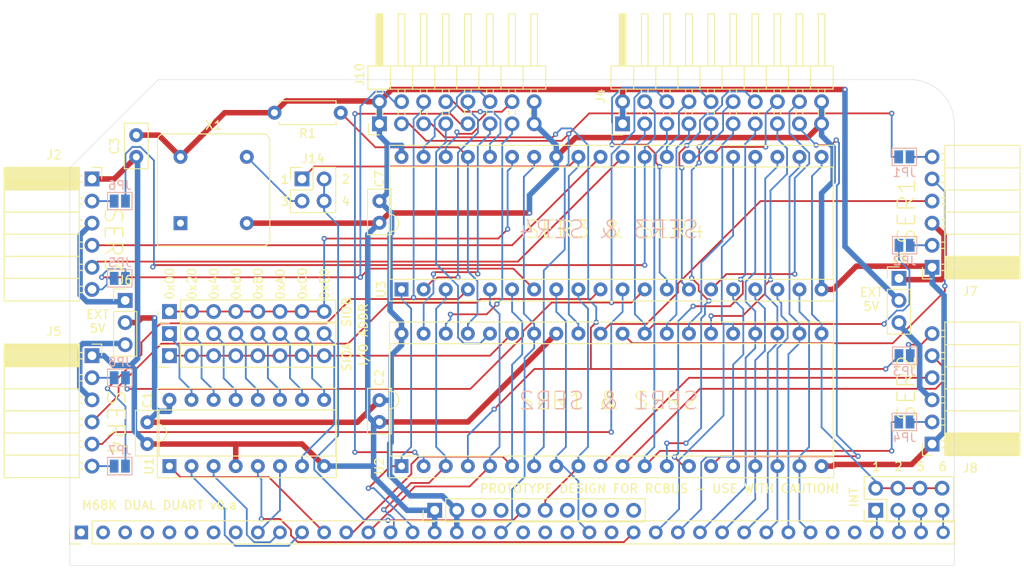
<source format=kicad_pcb>
(kicad_pcb (version 20241229) (generator "pcbnew") (generator_version "9.0")
  (layers (0 "F.Cu" signal) (2 "B.Cu" signal) (13 "F.Paste" user) (15 "B.Paste" user) (5 "F.SilkS" user "F.Silkscreen") (7 "B.SilkS" user "B.Silkscreen") (1 "F.Mask" user) (3 "B.Mask" user) (25 "Edge.Cuts" user))
  (net 0 "")
  (net 1 "+5V")
  (net 2 "GND")
  (net 3 "Net-(J1-Pin_4)")
  (net 4 "Net-(J1-Pin_6)")
  (net 5 "Net-(J1-Pin_7)")
  (net 6 "Net-(J1-Pin_5)")
  (net 7 "Net-(J1-Pin_1)")
  (net 8 "Net-(J1-Pin_3)")
  (net 9 "Net-(J1-Pin_2)")
  (net 10 "Net-(J1-Pin_8)")
  (net 11 "/EXT5V_3")
  (net 12 "/TXD3")
  (net 13 "/RXD3")
  (net 14 "/EXT5V_2")
  (net 15 "/EXT5V_4")
  (net 16 "/EXT5V_1")
  (net 17 "/OPA6")
  (net 18 "/OPA0")
  (net 19 "/OPB0")
  (net 20 "/OPA5")
  (net 21 "/OPB5")
  (net 22 "/OPB3")
  (net 23 "/D4")
  (net 24 "/A7")
  (net 25 "/A1")
  (net 26 "/A8")
  (net 27 "/A6")
  (net 28 "/D3")
  (net 32 "/D6")
  (net 34 "/A2")
  (net 37 "/OPA7")
  (net 38 "/D5")
  (net 39 "/D0")
  (net 40 "/A5")
  (net 41 "/OPA2")
  (net 42 "/D1")
  (net 45 "/~{WR}")
  (net 47 "/D7")
  (net 49 "/D2")
  (net 51 "/~{IORQ}")
  (net 52 "/A4")
  (net 57 "/~{RESET}")
  (net 58 "/OPB1")
  (net 59 "/OPB7")
  (net 60 "/A3")
  (net 61 "/OPB2")
  (net 62 "/OPB6")
  (net 63 "/OPA3")
  (net 64 "Net-(U2-IACK)")
  (net 66 "/OPB4")
  (net 67 "/OPA4")
  (net 68 "/OPA1")
  (net 69 "/RXD4")
  (net 70 "/TXD4")
  (net 71 "Net-(J7-Pin_6)")
  (net 72 "/TXD1")
  (net 73 "Net-(J7-Pin_2)")
  (net 74 "/RXD1")
  (net 75 "/RXD2")
  (net 76 "/TXD2")
  (net 77 "Net-(J8-Pin_6)")
  (net 78 "Net-(J8-Pin_2)")
  (net 79 "/~{SIOA_CS}")
  (net 80 "/IPB5")
  (net 81 "/IPB4")
  (net 82 "/IPA1")
  (net 83 "/IPA3")
  (net 84 "/IPA5")
  (net 85 "/IPB0")
  (net 86 "/IPB2")
  (net 87 "/IPA2")
  (net 88 "/IPB1")
  (net 89 "/IPA4")
  (net 90 "/IPA0")
  (net 91 "/IPB3")
  (net 92 "/~{SIOB_CS}")
  (net 93 "/~{INT5}")
  (net 94 "/~{INT1}")
  (net 95 "/~{INT2}")
  (net 96 "/~{INT6}")
  (net 97 "/UART_CLK")
  (net 98 "/~{INT}")
  (net 101 "/CLOCK2")
  (net 104 "/~{DTACK}")
  (net 107 "Net-(J2-Pin_6)")
  (net 108 "Net-(J2-Pin_2)")
  (net 109 "Net-(J5-Pin_6)")
  (net 110 "Net-(J5-Pin_2)")
  (net 111 "Net-(J14-Pin_3)")
  (footprint "Connector_PinHeader_2.54mm:PinHeader_1x03_P2.54mm_Vertical" (layer "F.Cu") (at 179.07 85.09)
    (property "Reference" "J3")
    (property "Value" "Conn_01x03")
  )
  (footprint "Connector_PinHeader_2.54mm:PinHeader_2x04_P2.54mm_Vertical" (layer "F.Cu") (at 176.403 111.76 90)
    (property "Reference" "J12" (hide yes))
    (property "Value" "Conn_02x04_Odd_Even")
  )
  (footprint "Connector_PinHeader_2.54mm:PinHeader_1x08_P2.54mm_Vertical" (layer "F.Cu") (at 95.25 88.9 90)
    (property "Reference" "J11" (hide yes))
    (property "Value" "Conn_01x08")
  )
  (footprint "MyLibrary2023:RC2014_STD_40_PIN" (layer "F.Cu") (at 82.55 118.11)
    (property "Reference" "M1" (hide yes))
    (property "Value" "RC2014_40_PIN" (hide yes))
    (fp_line (start 1.27 -45.72) (end 1.27 0) (stroke (width 0.05)) (layer "Edge.Cuts"))
    (fp_line (start 1.27 0) (end 102.87 0) (stroke (width 0.05)) (layer "Edge.Cuts"))
    (fp_line (start 11.43 -55.88) (end 1.27 -45.72) (stroke (width 0.05)) (layer "Edge.Cuts"))
    (fp_line (start 97.79 -55.88) (end 11.43 -55.88) (stroke (width 0.05)) (layer "Edge.Cuts"))
    (fp_line (start 102.87 0) (end 102.87 -50.8) (stroke (width 0.05)) (layer "Edge.Cuts"))
    (fp_arc (start 97.79 -55.88) (mid 101.382102 -54.392102) (end 102.87 -50.8) (stroke (width 0.05)) (layer "Edge.Cuts"))
  )
  (footprint "Capacitor_THT:C_Disc_D5.0mm_W2.5mm_P2.50mm" (layer "F.Cu") (at 92.71 104.14 90)
    (property "Reference" "C1")
    (property "Value" "100n")
  )
  (footprint "Connector_PinHeader_2.54mm:PinHeader_2x08_P2.54mm_Horizontal" (layer "F.Cu") (at 119.38 67.31 90)
    (property "Reference" "J10")
    (property "Value" "Conn_02x08_Odd_Even")
  )
  (footprint "Connector_PinHeader_2.54mm:PinHeader_1x08_P2.54mm_Vertical" (layer "F.Cu") (at 95.25 91.44 90)
    (property "Reference" "J1" (hide yes))
    (property "Value" "Conn_01x08")
  )
  (footprint "Connector_PinHeader_2.54mm:PinHeader_2x10_P2.54mm_Horizontal" (layer "F.Cu") (at 147.32 67.31 90)
    (property "Reference" "J4")
    (property "Value" "Conn_02x10_Odd_Even")
  )
  (footprint "Connector_PinSocket_2.54mm:PinSocket_1x06_P2.54mm_Horizontal" (layer "F.Cu") (at 182.88 83.82 180)
    (property "Reference" "J7")
    (property "Value" "Conn_01x06")
  )
  (footprint "Connector_PinHeader_2.54mm:PinHeader_1x10_P2.54mm_Vertical" (layer "F.Cu") (at 125.73 111.76 90)
    (property "Reference" "J13" (hide yes))
    (property "Value" "Conn_01x10")
  )
  (footprint "Capacitor_THT:C_Disc_D5.0mm_W2.5mm_P2.50mm" (layer "F.Cu") (at 119.38 101.6 90)
    (property "Reference" "C2")
    (property "Value" "100n")
  )
  (footprint "Connector_PinHeader_2.54mm:PinHeader_1x08_P2.54mm_Vertical" (layer "F.Cu") (at 95.25 93.98 90)
    (property "Reference" "J9" (hide yes))
    (property "Value" "Conn_01x08")
  )
  (footprint "Capacitor_THT:C_Disc_D5.0mm_W2.5mm_P2.50mm" (layer "F.Cu") (at 91.44 71.12 90)
    (property "Reference" "C3")
    (property "Value" "100n")
  )
  (footprint "Connector_PinHeader_2.54mm:PinHeader_1x03_P2.54mm_Vertical" (layer "F.Cu") (at 90.17 87.63)
    (property "Reference" "J6")
    (property "Value" "Conn_01x03")
  )
  (footprint "Connector_PinSocket_2.54mm:PinSocket_1x06_P2.54mm_Horizontal" (layer "F.Cu") (at 86.36 73.66)
    (property "Reference" "J2")
    (property "Value" "Conn_01x06")
  )
  (footprint "Oscillator:Oscillator_DIP-8" (layer "F.Cu") (at 96.52 78.74)
    (property "Reference" "X1")
    (property "Value" "CXO_DIP8")
  )
  (footprint "Package_DIP:DIP-40_W15.24mm_Socket" (layer "F.Cu") (at 121.92 106.68 90)
    (property "Reference" "U2")
    (property "Value" "68681P")
  )
  (footprint "Capacitor_THT:C_Disc_D5.0mm_W2.5mm_P2.50mm" (layer "F.Cu") (at 119.38 78.7 90)
    (property "Reference" "C7")
    (property "Value" "100n")
  )
  (footprint "Package_DIP:DIP-40_W15.24mm_Socket" (layer "F.Cu") (at 121.92 86.36 90)
    (property "Reference" "U3")
    (property "Value" "68681P")
  )
  (footprint "Package_DIP:DIP-16_W7.62mm_Socket" (layer "F.Cu") (at 95.25 106.68 90)
    (property "Reference" "U1")
    (property "Value" "74LS138")
  )
  (footprint "Connector_PinHeader_2.54mm:PinHeader_2x02_P2.54mm_Vertical" (layer "F.Cu") (at 110.485 73.655)
    (property "Reference" "J14")
    (property "Value" "Conn_02x02_Odd_Even")
  )
  (footprint "Connector_PinSocket_2.54mm:PinSocket_1x06_P2.54mm_Horizontal" (layer "F.Cu") (at 86.36 93.98)
    (property "Reference" "J5")
    (property "Value" "Conn_01x06")
  )
  (footprint "Resistor_THT:R_Axial_DIN0207_L6.3mm_D2.5mm_P7.62mm_Horizontal" (layer "F.Cu") (at 114.935 66.04 180)
    (property "Reference" "R1")
    (property "Value" "10K")
  )
  (footprint "Connector_PinSocket_2.54mm:PinSocket_1x06_P2.54mm_Horizontal" (layer "F.Cu") (at 182.88 104.14 180)
    (property "Reference" "J8")
    (property "Value" "Conn_01x06")
  )
  (footprint "Jumper:SolderJumper-2_P1.3mm_Open_Pad1.0x1.5mm" (layer "B.Cu") (at 89.55 96.52 180)
    (property "Reference" "JP8")
    (property "Value" "SolderJumper")
  )
  (footprint "Jumper:SolderJumper-2_P1.3mm_Open_Pad1.0x1.5mm" (layer "B.Cu") (at 179.72 81.28)
    (property "Reference" "JP2")
    (property "Value" "SolderJumper")
  )
  (footprint "Jumper:SolderJumper-2_P1.3mm_Open_Pad1.0x1.5mm" (layer "B.Cu") (at 179.69 71.12)
    (property "Reference" "JP1")
    (property "Value" "SolderJumper")
  )
  (footprint "Jumper:SolderJumper-2_P1.3mm_Open_Pad1.0x1.5mm" (layer "B.Cu") (at 179.69 101.6)
    (property "Reference" "JP4")
    (property "Value" "SolderJumper")
  )
  (footprint "Jumper:SolderJumper-2_P1.3mm_Open_Pad1.0x1.5mm" (layer "B.Cu") (at 89.55 76.2 180)
    (property "Reference" "JP6")
    (property "Value" "SolderJumper")
  )
  (footprint "Jumper:SolderJumper-2_P1.3mm_Open_Pad1.0x1.5mm" (layer "B.Cu") (at 179.72 93.98)
    (property "Reference" "JP3")
    (property "Value" "SolderJumper")
  )
  (footprint "Jumper:SolderJumper-2_P1.3mm_Open_Pad1.0x1.5mm" (layer "B.Cu") (at 89.55 85.09 180)
    (property "Reference" "JP5")
    (property "Value" "SolderJumper")
  )
  (footprint "Jumper:SolderJumper-2_P1.3mm_Open_Pad1.0x1.5mm" (layer "B.Cu") (at 89.55 106.68 180)
    (property "Reference" "JP7")
    (property "Value" "SolderJumper")
  )
  (gr_text "0x20" (at 98.425 87.63 90) (layer "F.SilkS") (effects (font (size 1 1)) (justify left bottom)))
  (gr_text "SER1" (at 181.12 81.28 90) (layer "F.SilkS") (effects (font (size 2 2)) (justify left bottom)))
  (gr_text "2" (at 178.435 107.315 0) (layer "F.SilkS") (effects (font (size 1 1)) (justify left bottom)))
  (gr_text "1" (at 107.95 74.295 0) (layer "F.SilkS") (effects (font (size 1 1)) (justify left bottom)))
  (gr_text "EXT\n5V" (at 86.995 91.44 0) (layer "F.SilkS") (effects (font (size 1 1)) (justify bottom)))
  (gr_text "3" (at 107.95 76.835 0) (layer "F.SilkS") (effects (font (size 1 1)) (justify left bottom)))
  (gr_text "SER3 & SER4" (at 135.89 80.645 0) (layer "F.SilkS") (effects (font (size 2 2)) (justify left bottom)))
  (gr_text "1" (at 175.895 107.315 0) (layer "F.SilkS") (effects (font (size 1 1)) (justify left bottom)))
  (gr_text "0x60" (at 103.505 87.63 90) (layer "F.SilkS") (effects (font (size 1 1)) (justify left bottom)))
  (gr_text "SIOA" (at 116.205 95.885 90) (layer "F.SilkS") (effects (font (size 1 1)) (justify left bottom)))
  (gr_text "0x40" (at 100.965 87.63 90) (layer "F.SilkS") (effects (font (size 1 1)) (justify left bottom)))
  (gr_text "M68K DUAL DUART v0.a" (at 85.09 111.76 0) (layer "F.SilkS") (effects (font (size 1 1)) (justify left bottom)))
  (gr_text "0xC0" (at 111.125 87.63 90) (layer "F.SilkS") (effects (font (size 1 1)) (justify left bottom)))
  (gr_text "0xE0" (at 113.665 87.63 90) (layer "F.SilkS") (effects (font (size 1 1)) (justify left bottom)))
  (gr_text "2" (at 114.935 74.295 0) (layer "F.SilkS") (effects (font (size 1 1)) (justify left bottom)))
  (gr_text "5" (at 180.975 107.315 0) (layer "F.SilkS") (effects (font (size 1 1)) (justify left bottom)))
  (gr_text "EXT\n5V" (at 175.895 88.9 0) (layer "F.SilkS") (effects (font (size 1 1)) (justify bottom)))
  (gr_text "SER1 & SER2" (at 135.255 100.33 0) (layer "F.SilkS") (effects (font (size 2 2)) (justify left bottom)))
  (gr_text "SER3" (at 87.63 76.835 -90) (layer "F.SilkS") (effects (font (size 2 2)) (justify left bottom)))
  (gr_text "0xA0" (at 108.585 87.63 90) (layer "F.SilkS") (effects (font (size 1 1)) (justify left bottom)))
  (gr_text "4" (at 114.935 76.835 0) (layer "F.SilkS") (effects (font (size 1 1)) (justify left bottom)))
  (gr_text "I/O ADDR" (at 118.11 95.25 90) (layer "F.SilkS") (effects (font (size 1 1)) (justify left bottom)))
  (gr_text "SIOB" (at 116.205 90.805 90) (layer "F.SilkS") (effects (font (size 1 1)) (justify left bottom)))
  (gr_text "SER4" (at 87.9 97.77 -90) (layer "F.SilkS") (effects (font (size 2 2)) (justify left bottom)))
  (gr_text "0x80" (at 106.045 87.63 90) (layer "F.SilkS") (effects (font (size 1 1)) (justify left bottom)))
  (gr_text "PROTOTYPE DESIGN FOR RCBUS - USE WITH CAUTION!" (at 130.81 109.855 0) (layer "F.SilkS") (effects (font (size 1 1)) (justify left bottom)))
  (gr_text "6" (at 183.515 107.315 0) (layer "F.SilkS") (effects (font (size 1 1)) (justify left bottom)))
  (gr_text "0x00" (at 95.885 87.63 90) (layer "F.SilkS") (effects (font (size 1 1)) (justify left bottom)))
  (gr_text "INT" (at 174.498 111.506 90) (layer "F.SilkS") (effects (font (size 1 1)) (justify left bottom)))
  (gr_text "SER2" (at 181.09 101.6 90) (layer "F.SilkS") (effects (font (size 2 2)) (justify left bottom)))
  (gr_text "SER1 & SER2" (at 156.21 100.33 0) (layer "B.SilkS") (effects (font (size 2 2)) (justify left bottom mirror)))
  (gr_text "SER3 & SER4" (at 156.21 80.645 0) (layer "B.SilkS") (effects (font (size 2 2)) (justify left bottom mirror)))
  (segment (start 117.928 64.6872) (end 118.0108 64.77) (width 0.635) (layer "F.Cu") (net 1))
  (segment (start 94.02 68.62) (end 91.44 68.62) (width 0.635) (layer "F.Cu") (net 1))
  (segment (start 116.84 101.64) (end 92.71 101.64) (width 0.635) (layer "F.Cu") (net 1))
  (segment (start 101.6 66.04) (end 96.52 71.12) (width 0.635) (layer "F.Cu") (net 1))
  (segment (start 92.0672 89.642) (end 91.5392 90.17) (width 0.635) (layer "F.Cu") (net 1))
  (segment (start 147.32 64.77) (end 147.32 63.3707) (width 0.635) (layer "F.Cu") (net 1))
  (segment (start 107.315 66.04) (end 101.6 66.04) (width 0.635) (layer "F.Cu") (net 1))
  (segment (start 120.7793 63.3707) (end 145.9508 63.3707) (width 0.635) (layer "F.Cu") (net 1))
  (segment (start 96.52 71.12) (end 94.02 68.62) (width 0.635) (layer "F.Cu") (net 1))
  (segment (start 118.0108 64.77) (end 119.38 64.77) (width 0.635) (layer "F.Cu") (net 1))
  (segment (start 108.6678 64.6872) (end 117.928 64.6872) (width 0.635) (layer "F.Cu") (net 1))
  (segment (start 93.5513 89.642) (end 92.0672 89.642) (width 0.635) (layer "F.Cu") (net 1))
  (segment (start 107.315 66.04) (end 108.6678 64.6872) (width 0.635) (layer "F.Cu") (net 1))
  (segment (start 145.9508 63.3707) (end 172.8662 63.3707) (width 0.635) (layer "F.Cu") (net 1))
  (segment (start 119.38 99.1) (end 116.84 101.64) (width 0.635) (layer "F.Cu") (net 1))
  (segment (start 90.17 90.17) (end 91.5392 90.17) (width 0.635) (layer "F.Cu") (net 1))
  (segment (start 119.38 64.77) (end 120.7793 63.3707) (width 0.635) (layer "F.Cu") (net 1))
  (via (at 172.8662 63.3707) (size 0.6) (drill 0.3) (layers "F.Cu" "B.Cu") (net 1))
  (via (at 93.5513 89.642) (size 0.6) (drill 0.3) (layers "F.Cu" "B.Cu") (net 1))
  (segment (start 95.25 99.06) (end 95.25 100.3792) (width 0.635) (layer "B.Cu") (net 1))
  (segment (start 120.2687 75.3113) (end 120.2687 69.8008) (width 0.635) (layer "B.Cu") (net 1))
  (segment (start 120.7309 93.9483) (end 120.7309 99.1) (width 0.635) (layer "B.Cu") (net 1))
  (segment (start 120.6008 80.0192) (end 120.6008 88.8016) (width 0.635) (layer "B.Cu") (net 1))
  (segment (start 119.38 64.77) (end 119.38 67.31) (width 0.635) (layer "B.Cu") (net 1))
  (segment (start 120.7784 79.8416) (end 120.6008 80.0192) (width 0.635) (layer "B.Cu") (net 1))
  (segment (start 119.38 76.2) (end 120.2687 75.3113) (width 0.635) (layer "B.Cu") (net 1))
  (segment (start 120.5575 104.1202) (end 120.7309 103.9468) (width 0.635) (layer "B.Cu") (net 1))
  (segment (start 147.32 64.77) (end 147.32 67.31) (width 0.635) (layer "B.Cu") (net 1))
  (segment (start 119.38 76.2) (end 120.7784 77.5984) (width 0.635) (layer "B.Cu") (net 1))
  (segment (start 120.7784 77.5984) (end 120.7784 79.8416) (width 0.635) (layer "B.Cu") (net 1))
  (segment (start 120.5575 107.7106) (end 120.5575 104.1202) (width 0.635) (layer "B.Cu") (net 1))
  (segment (start 172.8662 81.4262) (end 179.07 87.63) (width 0.635) (layer "B.Cu") (net 1))
  (segment (start 121.92 91.44) (end 121.92 92.7592) (width 0.635) (layer "B.Cu") (net 1))
  (segment (start 120.6008 88.8016) (end 121.92 90.1208) (width 0.635) (layer "B.Cu") (net 1))
  (segment (start 122.9483 110.1014) (end 120.5575 107.7106) (width 0.635) (layer "B.Cu") (net 1))
  (segment (start 121.92 71.12) (end 121.92 69.8008) (width 0.635) (layer "B.Cu") (net 1))
  (segment (start 120.7309 103.9468) (end 120.7309 99.1) (width 0.635) (layer "B.Cu") (net 1))
  (segment (start 93.9708 100.3792) (end 93.5513 99.9597) (width 0.635) (layer "B.Cu") (net 1))
  (segment (start 120.7309 99.1) (end 119.38 99.1) (width 0.635) (layer "B.Cu") (net 1))
  (segment (start 121.92 92.7592) (end 120.7309 93.9483) (width 0.635) (layer "B.Cu") (net 1))
  (segment (start 120.2687 69.5679) (end 119.38 68.6792) (width 0.635) (layer "B.Cu") (net 1))
  (segment (start 172.8662 63.3707) (end 172.8662 81.4262) (width 0.635) (layer "B.Cu") (net 1))
  (segment (start 121.92 69.8008) (end 120.2687 69.8008) (width 0.635) (layer "B.Cu") (net 1))
  (segment (start 128.27 111.76) (end 126.6114 110.1014) (width 0.635) (layer "B.Cu") (net 1))
  (segment (start 95.25 100.3792) (end 93.9708 100.3792) (width 0.635) (layer "B.Cu") (net 1))
  (segment (start 93.5513 99.9597) (end 93.5513 89.642) (width 0.635) (layer "B.Cu") (net 1))
  (segment (start 119.38 67.31) (end 119.38 68.6792) (width 0.635) (layer "B.Cu") (net 1))
  (segment (start 121.92 91.44) (end 121.92 90.1208) (width 0.635) (layer "B.Cu") (net 1))
  (segment (start 126.6114 110.1014) (end 122.9483 110.1014) (width 0.635) (layer "B.Cu") (net 1))
  (segment (start 128.27 111.76) (end 128.27 114.3) (width 0.635) (layer "B.Cu") (net 1))
  (segment (start 120.2687 69.8008) (end 120.2687 69.5679) (width 0.635) (layer "B.Cu") (net 1))
  (segment (start 93.9708 100.3792) (end 92.71 101.64) (width 0.635) (layer "B.Cu") (net 1))
  (segment (start 88.9 73.66) (end 91.44 71.12) (width 0.635) (layer "F.Cu") (net 2))
  (segment (start 120.5092 77.5708) (end 119.38 78.7) (width 0.635) (layer "F.Cu") (net 2))
  (segment (start 182.7481 83.6881) (end 174.1711 83.6881) (width 0.635) (layer "F.Cu") (net 2))
  (segment (start 102.87 104.14) (end 92.71 104.14) (width 0.635) (layer "F.Cu") (net 2))
  (segment (start 182.88 83.82) (end 182.7481 83.6881) (width 0.635) (layer "F.Cu") (net 2))
  (segment (start 182.88 104.14) (end 180.5327 106.4873) (width 0.635) (layer "F.Cu") (net 2))
  (segment (start 110.49 104.14) (end 102.87 104.14) (width 0.635) (layer "F.Cu") (net 2))
  (segment (start 171.4992 86.36) (end 170.18 86.36) (width 0.635) (layer "F.Cu") (net 2))
  (segment (start 171.6919 106.4873) (end 171.4992 106.68) (width 0.635) (layer "F.Cu") (net 2))
  (segment (start 170.18 67.31) (end 168.5921 68.8979) (width 0.635) (layer "F.Cu") (net 2))
  (segment (start 168.5921 68.8979) (end 141.9221 68.8979) (width 0.635) (layer "F.Cu") (net 2))
  (segment (start 86.36 73.66) (end 88.9 73.66) (width 0.635) (layer "F.Cu") (net 2))
  (segment (start 180.5327 106.4873) (end 171.6919 106.4873) (width 0.635) (layer "F.Cu") (net 2))
  (segment (start 174.1711 83.6881) (end 171.4992 86.36) (width 0.635) (layer "F.Cu") (net 2))
  (segment (start 102.87 106.68) (end 102.87 104.14) (width 0.635) (layer "F.Cu") (net 2))
  (segment (start 171.4992 106.68) (end 170.18 106.68) (width 0.635) (layer "F.Cu") (net 2))
  (segment (start 119.34 78.74) (end 119.38 78.7) (width 0.635) (layer "F.Cu") (net 2))
  (segment (start 113.03 106.68) (end 110.49 104.14) (width 0.635) (layer "F.Cu") (net 2))
  (segment (start 141.9221 68.8979) (end 139.7 71.12) (width 0.635) (layer "F.Cu") (net 2))
  (segment (start 104.14 78.74) (end 119.34 78.74) (width 0.635) (layer "F.Cu") (net 2))
  (segment (start 129.54 101.6) (end 119.38 101.6) (width 0.635) (layer "F.Cu") (net 2))
  (segment (start 139.7 91.44) (end 129.54 101.6) (width 0.635) (layer "F.Cu") (net 2))
  (segment (start 136.6238 77.5708) (end 120.5092 77.5708) (width 0.635) (layer "F.Cu") (net 2))
  (via (at 136.6238 77.5708) (size 0.6) (drill 0.3) (layers "F.Cu" "B.Cu") (net 2))
  (segment (start 113.03 106.68) (end 114.3492 106.68) (width 0.635) (layer "B.Cu") (net 2))
  (segment (start 118.0389 100.9294) (end 118.0389 80.0411) (width 0.635) (layer "B.Cu") (net 2))
  (segment (start 139.7 71.12) (end 139.7 72.4392) (width 0.635) (layer "B.Cu") (net 2))
  (segment (start 86.36 93.98) (end 87.7292 93.98) (width 0.635) (layer "B.Cu") (net 2))
  (segment (start 88.8504 95.1012) (end 90.7984 95.1012) (width 0.635) (layer "B.Cu") (net 2))
  (segment (start 170.18 64.77) (end 170.18 67.31) (width 0.635) (layer "B.Cu") (net 2))
  (segment (start 170.18 68.6792) (end 171.5039 70.0031) (width 0.635) (layer "B.Cu") (net 2))
  (segment (start 182.88 83.82) (end 182.88 85.1892) (width 0.635) (layer "B.Cu") (net 2))
  (segment (start 87.7292 93.98) (end 88.8504 95.1012) (width 0.635) (layer "B.Cu") (net 2))
  (segment (start 91.44 71.12) (end 91.5929 71.2729) (width 0.635) (layer "B.Cu") (net 2))
  (segment (start 171.5039 70.0031) (end 171.5039 73.964) (width 0.635) (layer "B.Cu") (net 2))
  (segment (start 125.73 111.76) (end 125.73 114.3) (width 0.635) (layer "B.Cu") (net 2))
  (segment (start 118.7095 101.6) (end 118.0389 100.9294) (width 0.635) (layer "B.Cu") (net 2))
  (segment (start 139.7 69.8008) (end 139.7 71.12) (width 0.635) (layer "B.Cu") (net 2))
  (segment (start 122.555 111.76) (end 118.7095 107.9145) (width 0.635) (layer "B.Cu") (net 2))
  (segment (start 182.88 85.6683) (end 184.2556 87.0439) (width 0.635) (layer "B.Cu") (net 2))
  (segment (start 118.7095 101.6) (end 118.7095 106.68) (width 0.635) (layer "B.Cu") (net 2))
  (segment (start 137.2092 67.31) (end 139.7 69.8008) (width 0.635) (layer "B.Cu") (net 2))
  (segment (start 91.5929 94.3067) (end 90.7984 95.1012) (width 0.635) (layer "B.Cu") (net 2))
  (segment (start 125.73 111.76) (end 122.555 111.76) (width 0.635) (layer "B.Cu") (net 2))
  (segment (start 170.18 75.2879) (end 170.18 85.0408) (width 0.635) (layer "B.Cu") (net 2))
  (segment (start 184.2556 102.7644) (end 182.88 104.14) (width 0.635) (layer "B.Cu") (net 2))
  (segment (start 91.2192 102.6492) (end 92.71 104.14) (width 0.635) (layer "B.Cu") (net 2))
  (segment (start 114.3492 106.68) (end 118.7095 106.68) (width 0.635) (layer "B.Cu") (net 2))
  (segment (start 184.2556 87.0439) (end 184.2556 102.7644) (width 0.635) (layer "B.Cu") (net 2))
  (segment (start 182.88 85.1892) (end 182.88 85.6683) (width 0.635) (layer "B.Cu") (net 2))
  (segment (start 91.2192 95.522) (end 91.2192 102.6492) (width 0.635) (layer "B.Cu") (net 2))
  (segment (start 118.7095 107.9145) (end 118.7095 106.68) (width 0.635) (layer "B.Cu") (net 2))
  (segment (start 91.5929 71.2729) (end 91.5929 94.3067) (width 0.635) (layer "B.Cu") (net 2))
  (segment (start 139.7 72.4392) (end 136.6238 75.5154) (width 0.635) (layer "B.Cu") (net 2))
  (segment (start 90.7984 95.1012) (end 91.2192 95.522) (width 0.635) (layer "B.Cu") (net 2))
  (segment (start 118.0389 80.0411) (end 119.38 78.7) (width 0.635) (layer "B.Cu") (net 2))
  (segment (start 118.7095 101.6) (end 119.38 101.6) (width 0.635) (layer "B.Cu") (net 2))
  (segment (start 170.18 67.31) (end 170.18 68.6792) (width 0.635) (layer "B.Cu") (net 2))
  (segment (start 171.5039 73.964) (end 170.18 75.2879) (width 0.635) (layer "B.Cu") (net 2))
  (segment (start 136.6238 75.5154) (end 136.6238 77.5708) (width 0.635) (layer "B.Cu") (net 2))
  (segment (start 137.16 64.77) (end 137.16 67.31) (width 0.635) (layer "B.Cu") (net 2))
  (segment (start 170.18 86.36) (end 170.18 85.0408) (width 0.635) (layer "B.Cu") (net 2))
  (segment (start 137.16 67.31) (end 137.2092 67.31) (width 0.635) (layer "B.Cu") (net 2))
  (segment (start 102.87 91.44) (end 104.0233 92.5933) (width 0.2032) (layer "B.Cu") (net 3))
  (segment (start 105.41 97.9567) (end 105.41 99.06) (width 0.2032) (layer "B.Cu") (net 3))
  (segment (start 104.0233 92.5933) (end 104.0233 96.57) (width 0.2032) (layer "B.Cu") (net 3))
  (segment (start 104.0233 96.57) (end 105.41 97.9567) (width 0.2032) (layer "B.Cu") (net 3))
  (segment (start 109.1033 96.57) (end 110.49 97.9567) (width 0.2032) (layer "B.Cu") (net 4))
  (segment (start 110.49 97.9567) (end 110.49 99.06) (width 0.2032) (layer "B.Cu") (net 4))
  (segment (start 109.1033 92.5933) (end 109.1033 96.57) (width 0.2032) (layer "B.Cu") (net 4))
  (segment (start 107.95 91.44) (end 109.1033 92.5933) (width 0.2032) (layer "B.Cu") (net 4))
  (segment (start 111.6433 96.57) (end 113.03 97.9567) (width 0.2032) (layer "B.Cu") (net 5))
  (segment (start 110.49 91.44) (end 111.6433 92.5933) (width 0.2032) (layer "B.Cu") (net 5))
  (segment (start 113.03 97.9567) (end 113.03 99.06) (width 0.2032) (layer "B.Cu") (net 5))
  (segment (start 111.6433 92.5933) (end 111.6433 96.57) (width 0.2032) (layer "B.Cu") (net 5))
  (segment (start 106.5633 92.5933) (end 106.5633 96.57) (width 0.2032) (layer "B.Cu") (net 6))
  (segment (start 107.95 97.9567) (end 107.95 99.06) (width 0.2032) (layer "B.Cu") (net 6))
  (segment (start 106.5633 96.57) (end 107.95 97.9567) (width 0.2032) (layer "B.Cu") (net 6))
  (segment (start 105.41 91.44) (end 106.5633 92.5933) (width 0.2032) (layer "B.Cu") (net 6))
  (segment (start 96.4033 96.57) (end 97.79 97.9567) (width 0.2032) (layer "B.Cu") (net 7))
  (segment (start 95.25 91.44) (end 95.25 91.8004) (width 0.2032) (layer "B.Cu") (net 7))
  (segment (start 95.25 91.8004) (end 96.4033 92.9537) (width 0.2032) (layer "B.Cu") (net 7))
  (segment (start 96.4033 92.9537) (end 96.4033 96.57) (width 0.2032) (layer "B.Cu") (net 7))
  (segment (start 97.79 97.9567) (end 97.79 99.06) (width 0.2032) (layer "B.Cu") (net 7))
  (segment (start 102.87 97.9567) (end 102.87 99.06) (width 0.2032) (layer "B.Cu") (net 8))
  (segment (start 101.4833 96.57) (end 102.87 97.9567) (width 0.2032) (layer "B.Cu") (net 8))
  (segment (start 101.4833 92.5933) (end 101.4833 96.57) (width 0.2032) (layer "B.Cu") (net 8))
  (segment (start 100.33 91.44) (end 101.4833 92.5933) (width 0.2032) (layer "B.Cu") (net 8))
  (segment (start 98.9433 96.57) (end 100.33 97.9567) (width 0.2032) (layer "B.Cu") (net 9))
  (segment (start 97.79 91.44) (end 98.9433 92.5933) (width 0.2032) (layer "B.Cu") (net 9))
  (segment (start 98.9433 92.5933) (end 98.9433 96.57) (width 0.2032) (layer "B.Cu") (net 9))
  (segment (start 100.33 97.9567) (end 100.33 99.06) (width 0.2032) (layer "B.Cu") (net 9))
  (segment (start 114.1833 101.8834) (end 110.49 105.5767) (width 0.2032) (layer "B.Cu") (net 10))
  (segment (start 113.03 91.44) (end 114.1833 92.5933) (width 0.2032) (layer "B.Cu") (net 10))
  (segment (start 110.49 105.5767) (end 110.49 106.68) (width 0.2032) (layer "B.Cu") (net 10))
  (segment (start 114.1833 92.5933) (end 114.1833 101.8834) (width 0.2032) (layer "B.Cu") (net 10))
  (segment (start 90.0235 87.7765) (end 85.7791 87.7765) (width 0.635) (layer "B.Cu") (net 11))
  (segment (start 85.7791 87.7765) (end 84.9876 86.985) (width 0.635) (layer "B.Cu") (net 11))
  (segment (start 90.17 87.63) (end 90.0235 87.7765) (width 0.635) (layer "B.Cu") (net 11))
  (segment (start 84.9876 86.985) (end 84.9876 80.1124) (width 0.635) (layer "B.Cu") (net 11))
  (segment (start 84.9876 80.1124) (end 86.36 78.74) (width 0.635) (layer "B.Cu") (net 11))
  (segment (start 135.2816 83.1584) (end 87.0216 83.1584) (width 0.2032) (layer "F.Cu") (net 12))
  (segment (start 147.32 71.12) (end 135.2816 83.1584) (width 0.2032) (layer "F.Cu") (net 12))
  (segment (start 87.0216 83.1584) (end 86.36 83.82) (width 0.2032) (layer "F.Cu") (net 12))
  (segment (start 144.78 71.12) (end 134.62 81.28) (width 0.2032) (layer "F.Cu") (net 13))
  (segment (start 134.62 81.28) (end 86.36 81.28) (width 0.2032) (layer "F.Cu") (net 13))
  (segment (start 179.07 90.17) (end 179.07 90.4559) (width 0.635) (layer "B.Cu") (net 14))
  (segment (start 181.45 97.63) (end 182.88 99.06) (width 0.635) (layer "B.Cu") (net 14))
  (segment (start 181.45 92.8359) (end 181.45 97.63) (width 0.635) (layer "B.Cu") (net 14))
  (segment (start 179.07 90.4559) (end 181.45 92.8359) (width 0.635) (layer "B.Cu") (net 14))
  (segment (start 84.9461 92.9475) (end 84.9461 97.6461) (width 0.635) (layer "B.Cu") (net 15))
  (segment (start 84.9461 97.6461) (end 86.36 99.06) (width 0.635) (layer "B.Cu") (net 15))
  (segment (start 85.3155 92.5781) (end 84.9461 92.9475) (width 0.635) (layer "B.Cu") (net 15))
  (segment (start 90.17 92.71) (end 90.0381 92.5781) (width 0.635) (layer "B.Cu") (net 15))
  (segment (start 90.0381 92.5781) (end 85.3155 92.5781) (width 0.635) (layer "B.Cu") (net 15))
  (segment (start 184.2492 80.1092) (end 182.88 78.74) (width 0.635) (layer "F.Cu") (net 16))
  (segment (start 184.2492 84.9079) (end 184.2492 80.1092) (width 0.635) (layer "F.Cu") (net 16))
  (segment (start 183.9206 85.2365) (end 184.2492 84.9079) (width 0.635) (layer "F.Cu") (net 16))
  (segment (start 179.2165 85.2365) (end 183.9206 85.2365) (width 0.635) (layer "F.Cu") (net 16))
  (segment (start 179.07 85.09) (end 179.2165 85.2365) (width 0.635) (layer "F.Cu") (net 16))
  (segment (start 161.1082 89.4084) (end 157.48 89.4084) (width 0.2032) (layer "F.Cu") (net 17))
  (segment (start 163.6873 86.8293) (end 161.1082 89.4084) (width 0.2032) (layer "F.Cu") (net 17))
  (segment (start 163.6873 85.8694) (end 163.6873 86.8293) (width 0.2032) (layer "F.Cu") (net 17))
  (segment (start 164.3098 85.2469) (end 163.6873 85.8694) (width 0.2032) (layer "F.Cu") (net 17))
  (via (at 164.3098 85.2469) (size 0.6) (drill 0.3) (layers "F.Cu" "B.Cu") (net 17))
  (via (at 157.48 89.4084) (size 0.6) (drill 0.3) (layers "F.Cu" "B.Cu") (net 17))
  (segment (start 166.2112 73.0816) (end 166.2112 70.1461) (width 0.2032) (layer "B.Cu") (net 17))
  (segment (start 164.3098 74.983) (end 166.2112 73.0816) (width 0.2032) (layer "B.Cu") (net 17))
  (segment (start 165.1 69.0349) (end 165.1 67.31) (width 0.2032) (layer "B.Cu") (net 17))
  (segment (start 166.2112 70.1461) (end 165.1 69.0349) (width 0.2032) (layer "B.Cu") (net 17))
  (segment (start 164.3098 85.2469) (end 164.3098 74.983) (width 0.2032) (layer "B.Cu") (net 17))
  (segment (start 157.48 91.44) (end 157.48 90.3367) (width 0.2032) (layer "B.Cu") (net 17))
  (segment (start 157.48 90.3367) (end 157.48 89.4084) (width 0.2032) (layer "B.Cu") (net 17))
  (segment (start 150.9633 90.3367) (end 177.3684 90.3367) (width 0.2032) (layer "F.Cu") (net 18))
  (segment (start 149.86 91.44) (end 150.9633 90.3367) (width 0.2032) (layer "F.Cu") (net 18))
  (via (at 177.3684 90.3367) (size 0.6) (drill 0.3) (layers "F.Cu" "B.Cu") (net 18))
  (segment (start 178.8246 88.7833) (end 177.3684 90.2395) (width 0.2032) (layer "B.Cu") (net 18))
  (segment (start 149.86 68.6563) (end 149.86 67.31) (width 0.2032) (layer "B.Cu") (net 18))
  (segment (start 148.7326 89.2093) (end 148.7326 69.7837) (width 0.2032) (layer "B.Cu") (net 18))
  (segment (start 149.86 91.44) (end 149.86 90.3367) (width 0.2032) (layer "B.Cu") (net 18))
  (segment (start 179.07 82.961) (end 180.2769 84.1679) (width 0.2032) (layer "B.Cu") (net 18))
  (segment (start 180.2769 84.1679) (end 180.2769 88.0684) (width 0.2032) (layer "B.Cu") (net 18))
  (segment (start 179.07 81.28) (end 179.07 82.961) (width 0.2032) (layer "B.Cu") (net 18))
  (segment (start 179.562 88.7833) (end 178.8246 88.7833) (width 0.2032) (layer "B.Cu") (net 18))
  (segment (start 148.7326 69.7837) (end 149.86 68.6563) (width 0.2032) (layer "B.Cu") (net 18))
  (segment (start 177.3684 90.2395) (end 177.3684 90.3367) (width 0.2032) (layer "B.Cu") (net 18))
  (segment (start 180.2769 88.0684) (end 179.562 88.7833) (width 0.2032) (layer "B.Cu") (net 18))
  (segment (start 149.86 90.3367) (end 148.7326 89.2093) (width 0.2032) (layer "B.Cu") (net 18))
  (segment (start 93.5505 83.5633) (end 149.86 83.5633) (width 0.2032) (layer "F.Cu") (net 19))
  (segment (start 93.345 83.7688) (end 93.5505 83.5633) (width 0.2032) (layer "F.Cu") (net 19))
  (via (at 149.86 83.5633) (size 0.6) (drill 0.3) (layers "F.Cu" "B.Cu") (net 19))
  (via (at 93.345 83.7688) (size 0.6) (drill 0.3) (layers "F.Cu" "B.Cu") (net 19))
  (segment (start 91.9245 69.9766) (end 90.9937 69.9766) (width 0.2032) (layer "B.Cu") (net 19))
  (segment (start 149.86 70.0167) (end 149.86 71.12) (width 0.2032) (layer "B.Cu") (net 19))
  (segment (start 151.0133 65.9233) (end 151.0133 68.8634) (width 0.2032) (layer "B.Cu") (net 19))
  (segment (start 90.9937 69.9766) (end 90.2 70.7703) (width 0.2032) (layer "B.Cu") (net 19))
  (segment (start 151.0133 68.8634) (end 149.86 70.0167) (width 0.2032) (layer "B.Cu") (net 19))
  (segment (start 93.472 83.6418) (end 93.472 71.5241) (width 0.2032) (layer "B.Cu") (net 19))
  (segment (start 149.86 64.77) (end 151.0133 65.9233) (width 0.2032) (layer "B.Cu") (net 19))
  (segment (start 93.345 83.7688) (end 93.472 83.6418) (width 0.2032) (layer "B.Cu") (net 19))
  (segment (start 93.472 71.5241) (end 91.9245 69.9766) (width 0.2032) (layer "B.Cu") (net 19))
  (segment (start 149.86 71.12) (end 149.86 83.5633) (width 0.2032) (layer "B.Cu") (net 19))
  (segment (start 90.2 70.7703) (end 90.2 76.2) (width 0.2032) (layer "B.Cu") (net 19))
  (segment (start 161.1348 85.4611) (end 161.1348 86.8418) (width 0.2032) (layer "F.Cu") (net 20))
  (segment (start 160.8761 85.2024) (end 161.1348 85.4611) (width 0.2032) (layer "F.Cu") (net 20))
  (segment (start 154.94 106.68) (end 154.3124 106.68) (width 0.2032) (layer "F.Cu") (net 20))
  (segment (start 154.3124 106.68) (end 153.2794 105.647) (width 0.2032) (layer "F.Cu") (net 20))
  (segment (start 161.1348 86.8418) (end 159.6835 88.2931) (width 0.2032) (layer "F.Cu") (net 20))
  (segment (start 159.6835 88.2931) (end 155.4201 88.2931) (width 0.2032) (layer "F.Cu") (net 20))
  (via (at 153.2794 105.647) (size 0.6) (drill 0.3) (layers "F.Cu" "B.Cu") (net 20))
  (via (at 160.8761 85.2024) (size 0.6) (drill 0.3) (layers "F.Cu" "B.Cu") (net 20))
  (via (at 155.4201 88.2931) (size 0.6) (drill 0.3) (layers "F.Cu" "B.Cu") (net 20))
  (segment (start 153.2794 105.647) (end 153.7049 105.2215) (width 0.2032) (layer "B.Cu") (net 20))
  (segment (start 160.8761 85.2024) (end 161.4067 84.6718) (width 0.2032) (layer "B.Cu") (net 20))
  (segment (start 153.7049 90.0083) (end 155.4201 88.2931) (width 0.2032) (layer "B.Cu") (net 20))
  (segment (start 162.56 67.31) (end 162.56 68.4633) (width 0.2032) (layer "B.Cu") (net 20))
  (segment (start 161.4067 69.6166) (end 162.56 68.4633) (width 0.2032) (layer "B.Cu") (net 20))
  (segment (start 161.4067 84.6718) (end 161.4067 69.6166) (width 0.2032) (layer "B.Cu") (net 20))
  (segment (start 153.7049 105.2215) (end 153.7049 90.0083) (width 0.2032) (layer "B.Cu") (net 20))
  (segment (start 153.8367 70.6618) (end 153.8367 72.1022) (width 0.2032) (layer "F.Cu") (net 21))
  (segment (start 153.8367 72.1022) (end 154.1201 72.3856) (width 0.2032) (layer "F.Cu") (net 21))
  (segment (start 154.6987 69.7998) (end 153.8367 70.6618) (width 0.2032) (layer "F.Cu") (net 21))
  (via (at 154.6987 69.7998) (size 0.6) (drill 0.3) (layers "F.Cu" "B.Cu") (net 21))
  (via (at 154.1201 72.3856) (size 0.6) (drill 0.3) (layers "F.Cu" "B.Cu") (net 21))
  (segment (start 154.1201 85.5401) (end 154.1201 72.3856) (width 0.2032) (layer "B.Cu") (net 21))
  (segment (start 156.9626 66.1567) (end 156.21 66.9093) (width 0.2032) (layer "B.Cu") (net 21))
  (segment (start 156.21 68.2885) (end 154.6987 69.7998) (width 0.2032) (layer "B.Cu") (net 21))
  (segment (start 159.4707 63.5984) (end 158.75 64.3191) (width 0.2032) (layer "B.Cu") (net 21))
  (segment (start 158.75 64.3191) (end 158.75 65.145) (width 0.2032) (layer "B.Cu") (net 21))
  (segment (start 154.94 86.36) (end 154.1201 85.5401) (width 0.2032) (layer "B.Cu") (net 21))
  (segment (start 158.75 65.145) (end 157.7383 66.1567) (width 0.2032) (layer "B.Cu") (net 21))
  (segment (start 157.7383 66.1567) (end 156.9626 66.1567) (width 0.2032) (layer "B.Cu") (net 21))
  (segment (start 161.3884 63.5984) (end 159.4707 63.5984) (width 0.2032) (layer "B.Cu") (net 21))
  (segment (start 162.56 64.77) (end 161.3884 63.5984) (width 0.2032) (layer "B.Cu") (net 21))
  (segment (start 156.21 66.9093) (end 156.21 68.2885) (width 0.2032) (layer "B.Cu") (net 21))
  (segment (start 150.0586 69.7171) (end 146.1053 69.7171) (width 0.2032) (layer "F.Cu") (net 22))
  (segment (start 151.13 70.7885) (end 150.0586 69.7171) (width 0.2032) (layer "F.Cu") (net 22))
  (segment (start 151.13 71.7854) (end 151.13 70.7885) (width 0.2032) (layer "F.Cu") (net 22))
  (segment (start 151.5768 72.2322) (end 151.13 71.7854) (width 0.2032) (layer "F.Cu") (net 22))
  (via (at 146.1053 69.7171) (size 0.6) (drill 0.3) (layers "F.Cu" "B.Cu") (net 22))
  (via (at 151.5768 72.2322) (size 0.6) (drill 0.3) (layers "F.Cu" "B.Cu") (net 22))
  (segment (start 157.48 64.77) (end 155.8577 63.1477) (width 0.2032) (layer "B.Cu") (net 22))
  (segment (start 147.2786 63.1477) (end 146.1053 64.321) (width 0.2032) (layer "B.Cu") (net 22))
  (segment (start 152.4 85.2567) (end 151.5768 84.4335) (width 0.2032) (layer "B.Cu") (net 22))
  (segment (start 152.4 86.36) (end 152.4 85.2567) (width 0.2032) (layer "B.Cu") (net 22))
  (segment (start 151.5768 84.4335) (end 151.5768 72.2322) (width 0.2032) (layer "B.Cu") (net 22))
  (segment (start 146.1053 64.321) (end 146.1053 69.7171) (width 0.2032) (layer "B.Cu") (net 22))
  (segment (start 155.8577 63.1477) (end 147.2786 63.1477) (width 0.2032) (layer "B.Cu") (net 22))
  (segment (start 164.6951 92.9482) (end 164.6951 92.9843) (width 0.2032) (layer "B.Cu") (net 23))
  (segment (start 165.1 71.12) (end 165.1 72.2233) (width 0.2032) (layer "B.Cu") (net 23))
  (segment (start 163.9967 93.6827) (end 163.9967 111.5933) (width 0.2032) (layer "B.Cu") (net 23))
  (segment (start 165.1 91.44) (end 165.1 92.5433) (width 0.2032) (layer "B.Cu") (net 23))
  (segment (start 165.1 72.2233) (end 163.7065 73.6168) (width 0.2032) (layer "B.Cu") (net 23))
  (segment (start 163.7065 73.6168) (end 163.7065 86.9737) (width 0.2032) (layer "B.Cu") (net 23))
  (segment (start 164.6951 92.9843) (end 163.9967 93.6827) (width 0.2032) (layer "B.Cu") (net 23))
  (segment (start 165.1 92.5433) (end 164.6951 92.9482) (width 0.2032) (layer "B.Cu") (net 23))
  (segment (start 165.1 88.3672) (end 165.1 91.44) (width 0.2032) (layer "B.Cu") (net 23))
  (segment (start 163.7065 86.9737) (end 165.1 88.3672) (width 0.2032) (layer "B.Cu") (net 23))
  (segment (start 163.9967 111.5933) (end 161.29 114.3) (width 0.2032) (layer "B.Cu") (net 23))
  (segment (start 100.33 106.68) (end 100.33 107.7833) (width 0.2032) (layer "B.Cu") (net 24))
  (segment (start 104.14 111.5933) (end 104.14 114.5787) (width 0.2032) (layer "B.Cu") (net 24))
  (segment (start 104.995 115.4337) (end 106.8163 115.4337) (width 0.2032) (layer "B.Cu") (net 24))
  (segment (start 100.33 107.7833) (end 104.14 111.5933) (width 0.2032) (layer "B.Cu") (net 24))
  (segment (start 106.8163 115.4337) (end 107.95 114.3) (width 0.2032) (layer "B.Cu") (net 24))
  (segment (start 104.14 114.5787) (end 104.995 115.4337) (width 0.2032) (layer "B.Cu") (net 24))
  (segment (start 118.11 109.22) (end 120.65 106.68) (width 0.2032) (layer "F.Cu") (net 25))
  (segment (start 120.65 106.68) (end 121.92 106.68) (width 0.2032) (layer "F.Cu") (net 25))
  (via (at 118.11 109.22) (size 0.6) (drill 0.3) (layers "F.Cu" "B.Cu") (net 25))
  (segment (start 121.92 86.36) (end 121.92 87.4633) (width 0.2032) (layer "B.Cu") (net 25))
  (segment (start 121.92 106.68) (end 121.92 105.5767) (width 0.2032) (layer "B.Cu") (net 25))
  (segment (start 123.0233 104.4734) (end 121.92 105.5767) (width 0.2032) (layer "B.Cu") (net 25))
  (segment (start 121.92 87.4633) (end 123.0233 88.5666) (width 0.2032) (layer "B.Cu") (net 25))
  (segment (start 118.11 109.22) (end 118.745 109.22) (width 0.2032) (layer "B.Cu") (net 25))
  (segment (start 123.0233 88.5666) (end 123.0233 104.4734) (width 0.2032) (layer "B.Cu") (net 25))
  (segment (start 118.745 109.22) (end 123.19 113.665) (width 0.2032) (layer "B.Cu") (net 25))
  (segment (start 123.19 113.665) (end 123.19 114.3) (width 0.2032) (layer "B.Cu") (net 25))
  (segment (start 107.95 106.68) (end 107.95 111.76) (width 0.2032) (layer "B.Cu") (net 26))
  (segment (start 107.95 111.76) (end 105.41 114.3) (width 0.2032) (layer "B.Cu") (net 26))
  (segment (start 101.6 111.5933) (end 97.79 107.7833) (width 0.2032) (layer "B.Cu") (net 27))
  (segment (start 110.49 114.3) (end 108.9378 115.8522) (width 0.2032) (layer "B.Cu") (net 27))
  (segment (start 101.6 114.6106) (end 101.6 111.5933) (width 0.2032) (layer "B.Cu") (net 27))
  (segment (start 108.9378 115.8522) (end 102.8416 115.8522) (width 0.2032) (layer "B.Cu") (net 27))
  (segment (start 97.79 106.68) (end 97.79 107.7833) (width 0.2032) (layer "B.Cu") (net 27))
  (segment (start 102.8416 115.8522) (end 101.6 114.6106) (width 0.2032) (layer "B.Cu") (net 27))
  (segment (start 163.6712 93.4016) (end 162.56 94.5128) (width 0.2032) (layer "B.Cu") (net 28))
  (segment (start 162.56 86.36) (end 162.56 87.4633) (width 0.2032) (layer "B.Cu") (net 28))
  (segment (start 162.56 106.68) (end 162.56 110.49) (width 0.2032) (layer "B.Cu") (net 28))
  (segment (start 163.6712 88.5745) (end 163.6712 93.4016) (width 0.2032) (layer "B.Cu") (net 28))
  (segment (start 162.56 87.4633) (end 163.6712 88.5745) (width 0.2032) (layer "B.Cu") (net 28))
  (segment (start 162.56 94.5128) (end 162.56 106.68) (width 0.2032) (layer "B.Cu") (net 28))
  (segment (start 162.56 110.49) (end 158.75 114.3) (width 0.2032) (layer "B.Cu") (net 28))
  (segment (start 167.64 71.12) (end 167.64 72.2233) (width 0.2032) (layer "B.Cu") (net 32))
  (segment (start 166.4947 73.4362) (end 167.64 72.2909) (width 0.2032) (layer "B.Cu") (net 32))
  (segment (start 167.64 91.44) (end 167.64 90.3367) (width 0.2032) (layer "B.Cu") (net 32))
  (segment (start 167.64 91.44) (end 167.64 92.5433) (width 0.2032) (layer "B.Cu") (net 32))
  (segment (start 167.64 90.3367) (end 166.4947 89.1914) (width 0.2032) (layer "B.Cu") (net 32))
  (segment (start 166.4947 89.1914) (end 166.4947 73.4362) (width 0.2032) (layer "B.Cu") (net 32))
  (segment (start 167.64 72.2909) (end 167.64 72.2233) (width 0.2032) (layer "B.Cu") (net 32))
  (segment (start 166.37 114.3) (end 166.37 93.8133) (width 0.2032) (layer "B.Cu") (net 32))
  (segment (start 166.37 93.8133) (end 167.64 92.5433) (width 0.2032) (layer "B.Cu") (net 32))
  (segment (start 125.0651 108.6149) (end 127 106.68) (width 0.2032) (layer "F.Cu") (net 34))
  (segment (start 123.014 108.6149) (end 125.0651 108.6149) (width 0.2032) (layer "F.Cu") (net 34))
  (segment (start 119.875296 111.683912) (end 119.944988 111.683912) (width 0.2032) (layer "F.Cu") (net 34))
  (segment (start 119.944988 111.683912) (end 123.014 108.6149) (width 0.2032) (layer "F.Cu") (net 34))
  (via (at 119.875296 111.683912) (size 0.6) (drill 0.3) (layers "F.Cu" "B.Cu") (net 34))
  (segment (start 121.0351 112.740609) (end 121.0351 113.9149) (width 0.2032) (layer "B.Cu") (net 34))
  (segment (start 121.0351 113.9149) (end 120.65 114.3) (width 0.2032) (layer "B.Cu") (net 34))
  (segment (start 125.8967 88.5666) (end 127 87.4633) (width 0.2032) (layer "B.Cu") (net 34))
  (segment (start 125.8967 104.4734) (end 125.8967 88.5666) (width 0.2032) (layer "B.Cu") (net 34))
  (segment (start 127 86.36) (end 127 87.4633) (width 0.2032) (layer "B.Cu") (net 34))
  (segment (start 127 106.1283) (end 127 106.68) (width 0.2032) (layer "B.Cu") (net 34))
  (segment (start 120.504284 112.3129) (end 120.607391 112.3129) (width 0.2032) (layer "B.Cu") (net 34))
  (segment (start 119.875296 111.683912) (end 120.504284 112.3129) (width 0.2032) (layer "B.Cu") (net 34))
  (segment (start 127 106.1283) (end 127 105.5767) (width 0.2032) (layer "B.Cu") (net 34))
  (segment (start 127 105.5767) (end 125.8967 104.4734) (width 0.2032) (layer "B.Cu") (net 34))
  (segment (start 120.607391 112.3129) (end 121.0351 112.740609) (width 0.2032) (layer "B.Cu") (net 34))
  (segment (start 157.48 106.68) (end 158.6142 105.5458) (width 0.2032) (layer "F.Cu") (net 37))
  (segment (start 158.6142 105.5458) (end 174.3713 105.5458) (width 0.2032) (layer "F.Cu") (net 37))
  (segment (start 171.8629 69.1813) (end 171.2794 69.7648) (width 0.2032) (layer "F.Cu") (net 37))
  (segment (start 171.2794 69.7648) (end 169.5535 69.7648) (width 0.2032) (layer "F.Cu") (net 37))
  (via (at 169.5535 69.7648) (size 0.6) (drill 0.3) (layers "F.Cu" "B.Cu") (net 37))
  (via (at 171.8629 69.1813) (size 0.6) (drill 0.3) (layers "F.Cu" "B.Cu") (net 37))
  (via (at 174.3713 105.5458) (size 0.6) (drill 0.3) (layers "F.Cu" "B.Cu") (net 37))
  (segment (start 171.9249 74.4209) (end 171.9249 103.0994) (width 0.2032) (layer "B.Cu") (net 37))
  (segment (start 171.9249 103.0994) (end 174.3713 105.5458) (width 0.2032) (layer "B.Cu") (net 37))
  (segment (start 172.1851 69.5035) (end 172.1851 74.1607) (width 0.2032) (layer "B.Cu") (net 37))
  (segment (start 167.64 67.8513) (end 169.5535 69.7648) (width 0.2032) (layer "B.Cu") (net 37))
  (segment (start 167.64 67.31) (end 167.64 67.8513) (width 0.2032) (layer "B.Cu") (net 37))
  (segment (start 172.1851 74.1607) (end 171.9249 74.4209) (width 0.2032) (layer "B.Cu") (net 37))
  (segment (start 171.8629 69.1813) (end 172.1851 69.5035) (width 0.2032) (layer "B.Cu") (net 37))
  (segment (start 165.1 106.68) (end 165.1 113.03) (width 0.2032) (layer "B.Cu") (net 38))
  (segment (start 166.2795 90.1022) (end 166.2795 91.9704) (width 0.2032) (layer "B.Cu") (net 38))
  (segment (start 165.1 87.4633) (end 165.5574 87.9207) (width 0.2032) (layer "B.Cu") (net 38))
  (segment (start 166.2795 91.9704) (end 165.1 93.1499) (width 0.2032) (layer "B.Cu") (net 38))
  (segment (start 165.1 93.1499) (end 165.1 106.68) (width 0.2032) (layer "B.Cu") (net 38))
  (segment (start 165.1 113.03) (end 163.83 114.3) (width 0.2032) (layer "B.Cu") (net 38))
  (segment (start 165.5574 89.3801) (end 166.2795 90.1022) (width 0.2032) (layer "B.Cu") (net 38))
  (segment (start 165.1 86.36) (end 165.1 87.4633) (width 0.2032) (layer "B.Cu") (net 38))
  (segment (start 165.5574 87.9207) (end 165.5574 89.3801) (width 0.2032) (layer "B.Cu") (net 38))
  (segment (start 151.13 114.3) (end 153.8118 111.6182) (width 0.2032) (layer "B.Cu") (net 39))
  (segment (start 153.8118 111.6182) (end 153.8118 105.9678) (width 0.2032) (layer "B.Cu") (net 39))
  (segment (start 160.02 90.3367) (end 158.9167 90.3367) (width 0.2032) (layer "B.Cu") (net 39))
  (segment (start 160.02 91.44) (end 160.02 90.3367) (width 0.2032) (layer "B.Cu") (net 39))
  (segment (start 153.8118 105.9678) (end 158.9167 100.8629) (width 0.2032) (layer "B.Cu") (net 39))
  (segment (start 158.7136 90.1336) (end 158.9167 90.3367) (width 0.2032) (layer "B.Cu") (net 39))
  (segment (start 158.9167 100.8629) (end 158.9167 90.3367) (width 0.2032) (layer "B.Cu") (net 39))
  (segment (start 160.02 80.1746) (end 158.7136 81.481) (width 0.2032) (layer "B.Cu") (net 39))
  (segment (start 160.02 71.12) (end 160.02 80.1746) (width 0.2032) (layer "B.Cu") (net 39))
  (segment (start 158.7136 81.481) (end 158.7136 90.1336) (width 0.2032) (layer "B.Cu") (net 39))
  (segment (start 95.25 106.68) (end 96.521 107.951) (width 0.2032) (layer "F.Cu") (net 40))
  (segment (start 96.521 107.951) (end 106.681 107.951) (width 0.2032) (layer "F.Cu") (net 40))
  (segment (start 106.681 107.951) (end 113.03 114.3) (width 0.2032) (layer "F.Cu") (net 40))
  (segment (start 152.4 91.44) (end 152.4 90.3367) (width 0.2032) (layer "B.Cu") (net 41))
  (segment (start 152.4 90.3367) (end 153.5033 89.2334) (width 0.2032) (layer "B.Cu") (net 41))
  (segment (start 153.5033 89.2334) (end 153.5033 70.1216) (width 0.2032) (layer "B.Cu") (net 41))
  (segment (start 154.94 68.6849) (end 154.94 67.31) (width 0.2032) (layer "B.Cu") (net 41))
  (segment (start 153.5033 70.1216) (end 154.94 68.6849) (width 0.2032) (layer "B.Cu") (net 41))
  (segment (start 161.1873 88.6306) (end 161.1873 93.8447) (width 0.2032) (layer "B.Cu") (net 42))
  (segment (start 160.02 105.5767) (end 157.0046 105.5767) (width 0.2032) (layer "B.Cu") (net 42))
  (segment (start 156.3527 111.6173) (end 153.67 114.3) (width 0.2032) (layer "B.Cu") (net 42))
  (segment (start 156.3527 106.2286) (end 156.3527 111.6173) (width 0.2032) (layer "B.Cu") (net 42))
  (segment (start 157.0046 105.5767) (end 156.3527 106.2286) (width 0.2032) (layer "B.Cu") (net 42))
  (segment (start 160.02 106.68) (end 160.02 105.5767) (width 0.2032) (layer "B.Cu") (net 42))
  (segment (start 160.02 95.012) (end 160.02 105.5767) (width 0.2032) (layer "B.Cu") (net 42))
  (segment (start 160.02 86.36) (end 160.02 87.4633) (width 0.2032) (layer "B.Cu") (net 42))
  (segment (start 161.1873 93.8447) (end 160.02 95.012) (width 0.2032) (layer "B.Cu") (net 42))
  (segment (start 160.02 87.4633) (end 161.1873 88.6306) (width 0.2032) (layer "B.Cu") (net 42))
  (segment (start 139.7 105.8791) (end 139.7 105.5767) (width 0.2032) (layer "B.Cu") (net 45))
  (segment (start 142.24 113.03) (end 142.24 108.4191) (width 0.2032) (layer "B.Cu") (net 45))
  (segment (start 140.8033 104.4734) (end 139.7 105.5767) (width 0.2032) (layer "B.Cu") (net 45))
  (segment (start 139.7 86.36) (end 139.7 88.9227) (width 0.2032) (layer "B.Cu") (net 45))
  (segment (start 140.8033 90.026) (end 140.8033 104.4734) (width 0.2032) (layer "B.Cu") (net 45))
  (segment (start 139.7 106.68) (end 139.7 105.8791) (width 0.2032) (layer "B.Cu") (net 45))
  (segment (start 139.7 88.9227) (end 140.8033 90.026) (width 0.2032) (layer "B.Cu") (net 45))
  (segment (start 143.51 114.3) (end 142.24 113.03) (width 0.2032) (layer "B.Cu") (net 45))
  (segment (start 142.24 108.4191) (end 139.7 105.8791) (width 0.2032) (layer "B.Cu") (net 45))
  (segment (start 168.7433 90.026) (end 168.7433 104.4734) (width 0.2032) (layer "B.Cu") (net 47))
  (segment (start 167.64 86.36) (end 167.64 88.9227) (width 0.2032) (layer "B.Cu") (net 47))
  (segment (start 167.64 88.9227) (end 168.7433 90.026) (width 0.2032) (layer "B.Cu") (net 47))
  (segment (start 167.64 106.1283) (end 167.64 105.5767) (width 0.2032) (layer "B.Cu") (net 47))
  (segment (start 167.64 106.1283) (end 167.64 106.68) (width 0.2032) (layer "B.Cu") (net 47))
  (segment (start 168.7433 104.4734) (end 167.64 105.5767) (width 0.2032) (layer "B.Cu") (net 47))
  (segment (start 167.64 113.03) (end 168.91 114.3) (width 0.2032) (layer "B.Cu") (net 47))
  (segment (start 167.64 106.68) (end 167.64 113.03) (width 0.2032) (layer "B.Cu") (net 47))
  (segment (start 161.4567 94.2192) (end 162.56 93.1159) (width 0.2032) (layer "B.Cu") (net 49))
  (segment (start 162.56 93.1159) (end 162.56 92.5433) (width 0.2032) (layer "B.Cu") (net 49))
  (segment (start 161.4567 85.475) (end 162.56 84.3717) (width 0.2032) (layer "B.Cu") (net 49))
  (segment (start 156.21 114.3) (end 161.4567 109.0533) (width 0.2032) (layer "B.Cu") (net 49))
  (segment (start 162.56 71.12) (end 162.56 72.2233) (width 0.2032) (layer "B.Cu") (net 49))
  (segment (start 162.56 88.8773) (end 161.4567 87.774) (width 0.2032) (layer "B.Cu") (net 49))
  (segment (start 162.56 91.9916) (end 162.56 91.44) (width 0.2032) (layer "B.Cu") (net 49))
  (segment (start 162.56 91.9916) (end 162.56 92.5433) (width 0.2032) (layer "B.Cu") (net 49))
  (segment (start 161.4567 109.0533) (end 161.4567 94.2192) (width 0.2032) (layer "B.Cu") (net 49))
  (segment (start 161.4567 87.774) (end 161.4567 85.475) (width 0.2032) (layer "B.Cu") (net 49))
  (segment (start 162.56 91.44) (end 162.56 88.8773) (width 0.2032) (layer "B.Cu") (net 49))
  (segment (start 162.56 84.3717) (end 162.56 72.2233) (width 0.2032) (layer "B.Cu") (net 49))
  (segment (start 109.992 115.4178) (end 109.22 114.6458) (width 0.2032) (layer "F.Cu") (net 51))
  (segment (start 147.4722 115.4178) (end 109.992 115.4178) (width 0.2032) (layer "F.Cu") (net 51))
  (segment (start 109.22 114.6458) (end 109.22 114.018) (width 0.2032) (layer "F.Cu") (net 51))
  (segment (start 109.22 114.018) (end 107.961 112.759) (width 0.2032) (layer "F.Cu") (net 51))
  (segment (start 107.961 112.759) (end 105.8187 112.759) (width 0.2032) (layer "F.Cu") (net 51))
  (segment (start 148.59 114.3) (end 147.4722 115.4178) (width 0.2032) (layer "F.Cu") (net 51))
  (via (at 105.8187 112.759) (size 0.6) (drill 0.3) (layers "F.Cu" "B.Cu") (net 51))
  (segment (start 105.41 106.68) (end 105.41 107.7833) (width 0.2032) (layer "B.Cu") (net 51))
  (segment (start 105.8187 112.759) (end 105.8187 108.192) (width 0.2032) (layer "B.Cu") (net 51))
  (segment (start 105.8187 108.192) (end 105.41 107.7833) (width 0.2032) (layer "B.Cu") (net 51))
  (segment (start 123.0473 107.5817) (end 116.329 114.3) (width 0.2032) (layer "F.Cu") (net 52))
  (segment (start 123.9253 105.5767) (end 123.0473 106.4547) (width 0.2032) (layer "F.Cu") (net 52))
  (segment (start 116.329 114.3) (end 115.57 114.3) (width 0.2032) (layer "F.Cu") (net 52))
  (segment (start 133.5167 105.5767) (end 123.9253 105.5767) (width 0.2032) (layer "F.Cu") (net 52))
  (segment (start 134.62 106.68) (end 133.5167 105.5767) (width 0.2032) (layer "F.Cu") (net 52))
  (segment (start 123.0473 106.4547) (end 123.0473 107.5817) (width 0.2032) (layer "F.Cu") (net 52))
  (segment (start 134.62 86.36) (end 134.62 88.9227) (width 0.2032) (layer "B.Cu") (net 52))
  (segment (start 135.7873 93.8447) (end 134.62 95.012) (width 0.2032) (layer "B.Cu") (net 52))
  (segment (start 134.62 95.012) (end 134.62 106.68) (width 0.2032) (layer "B.Cu") (net 52))
  (segment (start 135.7873 90.09) (end 135.7873 93.8447) (width 0.2032) (layer "B.Cu") (net 52))
  (segment (start 134.62 88.9227) (end 135.7873 90.09) (width 0.2032) (layer "B.Cu") (net 52))
  (segment (start 135.9694 73.4139) (end 135.9694 89.1461) (width 0.2032) (layer "B.Cu") (net 57))
  (segment (start 137.16 91.44) (end 137.16 90.3367) (width 0.2032) (layer "B.Cu") (net 57))
  (segment (start 136.0567 94.2192) (end 136.0567 107.9263) (width 0.2032) (layer "B.Cu") (net 57))
  (segment (start 137.16 71.12) (end 137.16 72.2233) (width 0.2032) (layer "B.Cu") (net 57))
  (segment (start 136.0567 107.9263) (end 134.62 109.363) (width 0.2032) (layer "B.Cu") (net 57))
  (segment (start 137.16 72.2233) (end 135.9694 73.4139) (width 0.2032) (layer "B.Cu") (net 57))
  (segment (start 137.16 93.1159) (end 136.0567 94.2192) (width 0.2032) (layer "B.Cu") (net 57))
  (segment (start 137.16 91.44) (end 137.16 92.5433) (width 0.2032) (layer "B.Cu") (net 57))
  (segment (start 134.62 109.363) (end 134.62 113.03) (width 0.2032) (layer "B.Cu") (net 57))
  (segment (start 135.9694 89.1461) (end 137.16 90.3367) (width 0.2032) (layer "B.Cu") (net 57))
  (segment (start 134.62 113.03) (end 133.35 114.3) (width 0.2032) (layer "B.Cu") (net 57))
  (segment (start 137.16 92.5433) (end 137.16 93.1159) (width 0.2032) (layer "B.Cu") (net 57))
  (segment (start 129.8265 97.799) (end 135.89 91.7355) (width 0.2032) (layer "F.Cu") (net 58))
  (segment (start 139.1666 87.8682) (end 146.0488 87.8682) (width 0.2032) (layer "F.Cu") (net 58))
  (segment (start 90.3889 97.799) (end 129.8265 97.799) (width 0.2032) (layer "F.Cu") (net 58))
  (segment (start 149.86 86.36) (end 148.3518 87.8682) (width 0.2032) (layer "F.Cu") (net 58))
  (segment (start 135.89 91.7355) (end 135.89 91.1448) (width 0.2032) (layer "F.Cu") (net 58))
  (segment (start 135.89 91.1448) (end 139.1666 87.8682) (width 0.2032) (layer "F.Cu") (net 58))
  (segment (start 148.3518 87.8682) (end 146.0488 87.8682) (width 0.2032) (layer "F.Cu") (net 58))
  (via (at 146.0488 87.8682) (size 0.6) (drill 0.3) (layers "F.Cu" "B.Cu") (net 58))
  (via (at 90.3889 97.799) (size 0.6) (drill 0.3) (layers "F.Cu" "B.Cu") (net 58))
  (segment (start 90.2 96.52) (end 90.2 97.5733) (width 0.2032) (layer "B.Cu") (net 58))
  (segment (start 90.2 97.5733) (end 90.3889 97.7622) (width 0.2032) (layer "B.Cu") (net 58))
  (segment (start 148.6722 64.3156) (end 148.6722 68.1843) (width 0.2032) (layer "B.Cu") (net 58))
  (segment (start 90.3889 97.7622) (end 90.3889 97.799) (width 0.2032) (layer "B.Cu") (net 58))
  (segment (start 151.2276 63.5976) (end 149.3902 63.5976) (width 0.2032) (layer "B.Cu") (net 58))
  (segment (start 146.0489 87.8682) (end 146.0488 87.8682) (width 0.2032) (layer "B.Cu") (net 58))
  (segment (start 149.3902 63.5976) (end 148.6722 64.3156) (width 0.2032) (layer "B.Cu") (net 58))
  (segment (start 148.6722 68.1843) (end 146.0489 70.8076) (width 0.2032) (layer "B.Cu") (net 58))
  (segment (start 146.0489 70.8076) (end 146.0489 87.8682) (width 0.2032) (layer "B.Cu") (net 58))
  (segment (start 152.4 64.77) (end 151.2276 63.5976) (width 0.2032) (layer "B.Cu") (net 58))
  (segment (start 157.48 86.36) (end 159.2438 84.5962) (width 0.2032) (layer "F.Cu") (net 59))
  (segment (start 159.2438 84.5962) (end 167.098 84.5962) (width 0.2032) (layer "F.Cu") (net 59))
  (via (at 167.098 84.5962) (size 0.6) (drill 0.3) (layers "F.Cu" "B.Cu") (net 59))
  (segment (start 167.098 73.5562) (end 167.098 84.5962) (width 0.2032) (layer "B.Cu") (net 59))
  (segment (start 166.4867 65.9233) (end 166.4867 68.3996) (width 0.2032) (layer "B.Cu") (net 59))
  (segment (start 168.7601 71.8941) (end 167.098 73.5562) (width 0.2032) (layer "B.Cu") (net 59))
  (segment (start 167.64 64.77) (end 166.4867 65.9233) (width 0.2032) (layer "B.Cu") (net 59))
  (segment (start 166.4867 68.3996) (end 168.7601 70.673) (width 0.2032) (layer "B.Cu") (net 59))
  (segment (start 168.7601 70.673) (end 168.7601 71.8941) (width 0.2032) (layer "B.Cu") (net 59))
  (segment (start 120.4982 111.9118) (end 120.5703 111.9118) (width 0.2032) (layer "F.Cu") (net 60))
  (segment (start 123.4623 109.0198) (end 129.7402 109.0198) (width 0.2032) (layer "F.Cu") (net 60))
  (segment (start 129.7402 109.0198) (end 132.08 106.68) (width 0.2032) (layer "F.Cu") (net 60))
  (segment (start 120.5703 111.9118) (end 123.4623 109.0198) (width 0.2032) (layer "F.Cu") (net 60))
  (segment (start 118.11 114.3) (end 120.4982 111.9118) (width 0.2032) (layer "F.Cu") (net 60))
  (segment (start 132.08 87.4633) (end 132.08 88.1011) (width 0.2032) (layer "B.Cu") (net 60))
  (segment (start 132.08 106.68) (end 132.08 105.5767) (width 0.2032) (layer "B.Cu") (net 60))
  (segment (start 133.1834 89.2045) (end 133.1834 104.4733) (width 0.2032) (layer "B.Cu") (net 60))
  (segment (start 133.1834 104.4733) (end 132.08 105.5767) (width 0.2032) (layer "B.Cu") (net 60))
  (segment (start 132.08 88.1011) (end 133.1834 89.2045) (width 0.2032) (layer "B.Cu") (net 60))
  (segment (start 132.08 86.36) (end 132.08 87.4633) (width 0.2032) (layer "B.Cu") (net 60))
  (segment (start 154.94 64.77) (end 153.7867 65.9233) (width 0.2032) (layer "B.Cu") (net 61))
  (segment (start 152.4 70.0167) (end 152.4 71.12) (width 0.2032) (layer "B.Cu") (net 61))
  (segment (start 153.7867 68.63) (end 152.4 70.0167) (width 0.2032) (layer "B.Cu") (net 61))
  (segment (start 153.7867 65.9233) (end 153.7867 68.63) (width 0.2032) (layer "B.Cu") (net 61))
  (segment (start 157.48 71.12) (end 158.6246 69.9754) (width 0.2032) (layer "F.Cu") (net 62))
  (segment (start 158.6246 69.9754) (end 163.7531 69.9754) (width 0.2032) (layer "F.Cu") (net 62))
  (via (at 163.7531 69.9754) (size 0.6) (drill 0.3) (layers "F.Cu" "B.Cu") (net 62))
  (segment (start 165.1 64.77) (end 163.7531 66.1169) (width 0.2032) (layer "B.Cu") (net 62))
  (segment (start 163.7531 66.1169) (end 163.7531 69.9754) (width 0.2032) (layer "B.Cu") (net 62))
  (segment (start 156.0673 86.5082) (end 156.0673 85.8631) (width 0.2032) (layer "F.Cu") (net 63))
  (segment (start 156.0673 85.8631) (end 155.2548 85.0506) (width 0.2032) (layer "F.Cu") (net 63))
  (segment (start 154.5973 104.0427) (end 152.4 104.0427) (width 0.2032) (layer "F.Cu") (net 63))
  (segment (start 157.2348 87.6757) (end 156.0673 86.5082) (width 0.2032) (layer "F.Cu") (net 63))
  (segment (start 156.1152 71.7955) (end 156.1152 69.9698) (width 0.2032) (layer "F.Cu") (net 63))
  (via (at 156.1152 71.7955) (size 0.6) (drill 0.3) (layers "F.Cu" "B.Cu") (net 63))
  (via (at 157.2348 87.6757) (size 0.6) (drill 0.3) (layers "F.Cu" "B.Cu") (net 63))
  (via (at 155.2548 85.0506) (size 0.6) (drill 0.3) (layers "F.Cu" "B.Cu") (net 63))
  (via (at 154.5973 104.0427) (size 0.6) (drill 0.3) (layers "F.Cu" "B.Cu") (net 63))
  (via (at 152.4 104.0427) (size 0.6) (drill 0.3) (layers "F.Cu" "B.Cu") (net 63))
  (via (at 156.1152 69.9698) (size 0.6) (drill 0.3) (layers "F.Cu" "B.Cu") (net 63))
  (segment (start 155.2548 72.6559) (end 155.2548 85.0506) (width 0.2032) (layer "B.Cu") (net 63))
  (segment (start 156.3458 102.2942) (end 156.3458 89.6916) (width 0.2032) (layer "B.Cu") (net 63))
  (segment (start 156.3458 89.6916) (end 156.7818 89.2556) (width 0.2032) (layer "B.Cu") (net 63))
  (segment (start 154.5973 104.0427) (end 156.3458 102.2942) (width 0.2032) (layer "B.Cu") (net 63))
  (segment (start 156.7818 89.2556) (end 156.7818 88.1287) (width 0.2032) (layer "B.Cu") (net 63))
  (segment (start 156.1152 71.7955) (end 155.2548 72.6559) (width 0.2032) (layer "B.Cu") (net 63))
  (segment (start 152.4 106.68) (end 152.4 104.0427) (width 0.2032) (layer "B.Cu") (net 63))
  (segment (start 157.48 68.605) (end 156.1152 69.9698) (width 0.2032) (layer "B.Cu") (net 63))
  (segment (start 156.7818 88.1287) (end 157.2348 87.6757) (width 0.2032) (layer "B.Cu") (net 63))
  (segment (start 157.48 67.31) (end 157.48 68.605) (width 0.2032) (layer "B.Cu") (net 63))
  (segment (start 129.54 71.12) (end 128.4367 70.0167) (width 0.2032) (layer "F.Cu") (net 64))
  (segment (start 128.4367 70.0167) (end 118.9117 70.0167) (width 0.2032) (layer "F.Cu") (net 64))
  (segment (start 118.9117 70.0167) (end 114.935 66.04) (width 0.2032) (layer "F.Cu") (net 64))
  (segment (start 129.54 71.12) (end 129.54 72.2233) (width 0.2032) (layer "B.Cu") (net 64))
  (segment (start 130.6433 85.3883) (end 130.6433 89.2334) (width 0.2032) (layer "B.Cu") (net 64))
  (segment (start 129.54 84.285) (end 130.6433 85.3883) (width 0.2032) (layer "B.Cu") (net 64))
  (segment (start 130.6433 89.2334) (end 129.54 90.3367) (width 0.2032) (layer "B.Cu") (net 64))
  (segment (start 129.54 91.44) (end 129.54 90.3367) (width 0.2032) (layer "B.Cu") (net 64))
  (segment (start 129.54 72.2233) (end 129.54 84.285) (width 0.2032) (layer "B.Cu") (net 64))
  (segment (start 155.8219 71.12) (end 154.94 71.12) (width 0.2032) (layer "B.Cu") (net 66))
  (segment (start 160.02 64.77) (end 158.8667 65.9233) (width 0.2032) (layer "B.Cu") (net 66))
  (segment (start 158.8667 65.9233) (end 158.8667 68.0752) (width 0.2032) (layer "B.Cu") (net 66))
  (segment (start 158.8667 68.0752) (end 155.8219 71.12) (width 0.2032) (layer "B.Cu") (net 66))
  (segment (start 156.3646 83.2574) (end 158.7742 80.8478) (width 0.2032) (layer "B.Cu") (net 67))
  (segment (start 160.02 67.31) (end 160.02 68.4633) (width 0.2032) (layer "B.Cu") (net 67))
  (segment (start 154.94 90.3367) (end 156.3646 88.9121) (width 0.2032) (layer "B.Cu") (net 67))
  (segment (start 158.7742 80.8478) (end 158.7742 69.7091) (width 0.2032) (layer "B.Cu") (net 67))
  (segment (start 154.94 91.44) (end 154.94 90.3367) (width 0.2032) (layer "B.Cu") (net 67))
  (segment (start 156.3646 88.9121) (end 156.3646 83.2574) (width 0.2032) (layer "B.Cu") (net 67))
  (segment (start 158.7742 69.7091) (end 160.02 68.4633) (width 0.2032) (layer "B.Cu") (net 67))
  (segment (start 149.86 106.68) (end 151.6122 104.9278) (width 0.2032) (layer "F.Cu") (net 68))
  (segment (start 151.6122 104.9278) (end 178.2367 104.9278) (width 0.2032) (layer "F.Cu") (net 68))
  (via (at 178.2367 104.9278) (size 0.6) (drill 0.3) (layers "F.Cu" "B.Cu") (net 68))
  (segment (start 178.2367 101.6) (end 178.2367 104.9278) (width 0.2032) (layer "B.Cu") (net 68))
  (segment (start 150.9633 104.4734) (end 150.9633 70.8807) (width 0.2032) (layer "B.Cu") (net 68))
  (segment (start 152.4 69.444) (end 152.4 67.31) (width 0.2032) (layer "B.Cu") (net 68))
  (segment (start 149.86 106.68) (end 149.86 105.5767) (width 0.2032) (layer "B.Cu") (net 68))
  (segment (start 179.04 101.6) (end 178.2367 101.6) (width 0.2032) (layer "B.Cu") (net 68))
  (segment (start 149.86 105.5767) (end 150.9633 104.4734) (width 0.2032) (layer "B.Cu") (net 68))
  (segment (start 150.9633 70.8807) (end 152.4 69.444) (width 0.2032) (layer "B.Cu") (net 68))
  (segment (start 133.1238 87.4386) (end 132.6241 87.4386) (width 0.2032) (layer "F.Cu") (net 69))
  (segment (start 132.5994 87.4633) (end 130.9767 87.4633) (width 0.2032) (layer "F.Cu") (net 69))
  (segment (start 130.9767 87.4633) (end 130.5491 87.8909) (width 0.2032) (layer "F.Cu") (net 69))
  (segment (start 133.1485 87.4633) (end 133.1238 87.4386) (width 0.2032) (layer "F.Cu") (net 69))
  (segment (start 130.5491 87.8909) (end 120.4918 87.8909) (width 0.2032) (layer "F.Cu") (net 69))
  (segment (start 89.408 97.5188) (end 89.408 98.552) (width 0.2032) (layer "F.Cu") (net 69))
  (segment (start 89.408 98.552) (end 86.36 101.6) (width 0.2032) (layer "F.Cu") (net 69))
  (segment (start 115.7894 92.5933) (end 94.3335 92.5933) (width 0.2032) (layer "F.Cu") (net 69))
  (segment (start 143.6767 87.4633) (end 133.1485 87.4633) (width 0.2032) (layer "F.Cu") (net 69))
  (segment (start 120.4918 87.8909) (end 115.7894 92.5933) (width 0.2032) (layer "F.Cu") (net 69))
  (segment (start 132.6241 87.4386) (end 132.5994 87.4633) (width 0.2032) (layer "F.Cu") (net 69))
  (segment (start 94.3335 92.5933) (end 89.408 97.5188) (width 0.2032) (layer "F.Cu") (net 69))
  (segment (start 144.78 86.36) (end 143.6767 87.4633) (width 0.2032) (layer "F.Cu") (net 69))
  (segment (start 146.0151 102.7657) (end 88.8876 102.7657) (width 0.2032) (layer "F.Cu") (net 70))
  (segment (start 88.8876 102.7657) (end 87.5133 104.14) (width 0.2032) (layer "F.Cu") (net 70))
  (segment (start 86.36 104.14) (end 87.5133 104.14) (width 0.2032) (layer "F.Cu") (net 70))
  (via (at 146.0151 102.7657) (size 0.6) (drill 0.3) (layers "F.Cu" "B.Cu") (net 70))
  (segment (start 146.0151 90.2307) (end 146.0151 102.7657) (width 0.2032) (layer "B.Cu") (net 70))
  (segment (start 147.32 88.9258) (end 146.0151 90.2307) (width 0.2032) (layer "B.Cu") (net 70))
  (segment (start 147.32 86.36) (end 147.32 88.9258) (width 0.2032) (layer "B.Cu") (net 70))
  (segment (start 180.34 71.12) (end 182.88 71.12) (width 0.2032) (layer "B.Cu") (net 71))
  (segment (start 178.3583 92.5495) (end 184.3428 86.565) (width 0.2032) (layer "F.Cu") (net 72))
  (segment (start 148.4295 92.5495) (end 178.3583 92.5495) (width 0.2032) (layer "F.Cu") (net 72))
  (segment (start 184.3428 86.565) (end 184.3428 85.9727) (width 0.2032) (layer "F.Cu") (net 72))
  (segment (start 147.32 91.44) (end 148.4295 92.5495) (width 0.2032) (layer "F.Cu") (net 72))
  (via (at 184.3428 85.9727) (size 0.6) (drill 0.3) (layers "F.Cu" "B.Cu") (net 72))
  (segment (start 184.3428 75.1228) (end 184.3428 85.9727) (width 0.2032) (layer "B.Cu") (net 72))
  (segment (start 182.88 73.66) (end 184.3428 75.1228) (width 0.2032) (layer "B.Cu") (net 72))
  (segment (start 180.37 81.28) (end 182.88 81.28) (width 0.2032) (layer "B.Cu") (net 73))
  (segment (start 153.67 85.7051) (end 163.1751 76.2) (width 0.2032) (layer "F.Cu") (net 74))
  (segment (start 163.1751 76.2) (end 182.88 76.2) (width 0.2032) (layer "F.Cu") (net 74))
  (segment (start 150.0512 90.3367) (end 153.67 86.7179) (width 0.2032) (layer "F.Cu") (net 74))
  (segment (start 145.8833 90.3367) (end 150.0512 90.3367) (width 0.2032) (layer "F.Cu") (net 74))
  (segment (start 153.67 86.7179) (end 153.67 85.7051) (width 0.2032) (layer "F.Cu") (net 74))
  (segment (start 144.78 91.44) (end 145.8833 90.3367) (width 0.2032) (layer "F.Cu") (net 74))
  (segment (start 144.78 106.68) (end 154.94 96.52) (width 0.2032) (layer "F.Cu") (net 75))
  (segment (start 154.94 96.52) (end 182.88 96.52) (width 0.2032) (layer "F.Cu") (net 75))
  (segment (start 156.21 97.79) (end 183.2697 97.79) (width 0.2032) (layer "F.Cu") (net 76))
  (segment (start 183.2697 97.79) (end 184.0606 96.9991) (width 0.2032) (layer "F.Cu") (net 76))
  (segment (start 184.0606 96.9991) (end 184.0606 95.1606) (width 0.2032) (layer "F.Cu") (net 76))
  (segment (start 147.32 106.68) (end 156.21 97.79) (width 0.2032) (layer "F.Cu") (net 76))
  (segment (start 184.0606 95.1606) (end 182.88 93.98) (width 0.2032) (layer "F.Cu") (net 76))
  (segment (start 182.88 91.44) (end 181.6094 92.7106) (width 0.2032) (layer "F.Cu") (net 77))
  (segment (start 181.6094 92.7106) (end 180.1662 92.7106) (width 0.2032) (layer "F.Cu") (net 77))
  (via (at 180.1662 92.7106) (size 0.6) (drill 0.3) (layers "F.Cu" "B.Cu") (net 77))
  (segment (start 180.1662 92.7106) (end 180.37 92.9144) (width 0.2032) (layer "B.Cu") (net 77))
  (segment (start 180.37 92.9144) (end 180.37 93.98) (width 0.2032) (layer "B.Cu") (net 77))
  (segment (start 180.34 101.6) (end 182.88 101.6) (width 0.2032) (layer "B.Cu") (net 78))
  (segment (start 105.41 93.98) (end 102.87 93.98) (width 0.2032) (layer "F.Cu") (net 79))
  (segment (start 97.79 93.98) (end 95.25 93.98) (width 0.2032) (layer "F.Cu") (net 79))
  (segment (start 102.87 93.98) (end 100.33 93.98) (width 0.2032) (layer "F.Cu") (net 79))
  (segment (start 100.33 93.98) (end 97.79 93.98) (width 0.2032) (layer "F.Cu") (net 79))
  (segment (start 107.95 93.98) (end 105.41 93.98) (width 0.2032) (layer "F.Cu") (net 79))
  (segment (start 132.08 93.98) (end 113.03 93.98) (width 0.2032) (layer "F.Cu") (net 79))
  (segment (start 110.49 93.98) (end 107.95 93.98) (width 0.2032) (layer "F.Cu") (net 79))
  (segment (start 113.03 93.98) (end 110.49 93.98) (width 0.2032) (layer "F.Cu") (net 79))
  (segment (start 134.62 91.44) (end 132.08 93.98) (width 0.2032) (layer "F.Cu") (net 79))
  (segment (start 130.0178 68.4633) (end 128.4833 68.4633) (width 0.2032) (layer "F.Cu") (net 80))
  (segment (start 128.4833 68.4633) (end 128.2796 68.2596) (width 0.2032) (layer "F.Cu") (net 80))
  (segment (start 130.6933 67.056) (end 130.6933 67.7878) (width 0.2032) (layer "F.Cu") (net 80))
  (segment (start 130.6933 67.7878) (end 130.0178 68.4633) (width 0.2032) (layer "F.Cu") (net 80))
  (segment (start 134.62 64.77) (end 133.4667 65.9233) (width 0.2032) (layer "F.Cu") (net 80))
  (segment (start 133.4667 65.9233) (end 131.826 65.9233) (width 0.2032) (layer "F.Cu") (net 80))
  (segment (start 131.826 65.9233) (end 130.6933 67.056) (width 0.2032) (layer "F.Cu") (net 80))
  (via (at 128.2796 68.2596) (size 0.6) (drill 0.3) (layers "F.Cu" "B.Cu") (net 80))
  (segment (start 127 71.12) (end 127 70.0167) (width 0.2032) (layer "B.Cu") (net 80))
  (segment (start 128.2796 68.7371) (end 128.2796 68.2596) (width 0.2032) (layer "B.Cu") (net 80))
  (segment (start 127 70.0167) (end 128.2796 68.7371) (width 0.2032) (layer "B.Cu") (net 80))
  (segment (start 128.27 64.3191) (end 128.27 65.1891) (width 0.2032) (layer "B.Cu") (net 81))
  (segment (start 125.73 68.7467) (end 124.46 70.0167) (width 0.2032) (layer "B.Cu") (net 81))
  (segment (start 130.9267 63.6167) (end 128.9724 63.6167) (width 0.2032) (layer "B.Cu") (net 81))
  (segment (start 132.08 64.77) (end 130.9267 63.6167) (width 0.2032) (layer "B.Cu") (net 81))
  (segment (start 128.9724 63.6167) (end 128.27 64.3191) (width 0.2032) (layer "B.Cu") (net 81))
  (segment (start 125.73 66.8908) (end 125.73 68.7467) (width 0.2032) (layer "B.Cu") (net 81))
  (segment (start 128.27 65.1891) (end 127.4191 66.04) (width 0.2032) (layer "B.Cu") (net 81))
  (segment (start 127.4191 66.04) (end 126.5808 66.04) (width 0.2032) (layer "B.Cu") (net 81))
  (segment (start 126.5808 66.04) (end 125.73 66.8908) (width 0.2032) (layer "B.Cu") (net 81))
  (segment (start 124.46 70.0167) (end 124.46 71.12) (width 0.2032) (layer "B.Cu") (net 81))
  (segment (start 126.8831 68.8682) (end 139.2718 68.8682) (width 0.2032) (layer "F.Cu") (net 82))
  (segment (start 125.3249 67.31) (end 126.8831 68.8682) (width 0.2032) (layer "F.Cu") (net 82))
  (segment (start 124.46 67.31) (end 125.3249 67.31) (width 0.2032) (layer "F.Cu") (net 82))
  (segment (start 177.546 95.5078) (end 143.6767 95.5078) (width 0.2032) (layer "F.Cu") (net 82))
  (segment (start 143.6767 95.5078) (end 143.6767 90.7491) (width 0.2032) (layer "F.Cu") (net 82))
  (segment (start 143.6767 95.5078) (end 137.1886 95.5078) (width 0.2032) (layer "F.Cu") (net 82))
  (segment (start 137.1886 95.5078) (end 132.5672 100.1292) (width 0.2032) (layer "F.Cu") (net 82))
  (segment (start 139.2718 68.8682) (end 139.6162 68.5238) (width 0.2032) (layer "F.Cu") (net 82))
  (segment (start 143.6767 90.7491) (end 144.2886 90.1372) (width 0.2032) (layer "F.Cu") (net 82))
  (via (at 177.546 95.5078) (size 0.6) (drill 0.3) (layers "F.Cu" "B.Cu") (net 82))
  (via (at 144.2886 90.1372) (size 0.6) (drill 0.3) (layers "F.Cu" "B.Cu") (net 82))
  (via (at 139.6162 68.5238) (size 0.6) (drill 0.3) (layers "F.Cu" "B.Cu") (net 82))
  (via (at 132.5672 100.1292) (size 0.6) (drill 0.3) (layers "F.Cu" "B.Cu") (net 82))
  (segment (start 129.54 106.68) (end 129.54 103.1564) (width 0.2032) (layer "B.Cu") (net 82))
  (segment (start 139.6162 68.5238) (end 140.2949 67.8451) (width 0.2032) (layer "B.Cu") (net 82))
  (segment (start 140.2949 67.8451) (end 141.436 67.8451) (width 0.2032) (layer "B.Cu") (net 82))
  (segment (start 144.2886 88.3859) (end 144.2886 90.1372) (width 0.2032) (layer "B.Cu") (net 82))
  (segment (start 143.3673 87.4646) (end 144.2886 88.3859) (width 0.2032) (layer "B.Cu") (net 82))
  (segment (start 129.54 103.1564) (end 132.5672 100.1292) (width 0.2032) (layer "B.Cu") (net 82))
  (segment (start 143.3673 69.7764) (end 143.3673 87.4646) (width 0.2032) (layer "B.Cu") (net 82))
  (segment (start 179.07 93.98) (end 179.07 93.9838) (width 0.2032) (layer "B.Cu") (net 82))
  (segment (start 141.436 67.8451) (end 143.3673 69.7764) (width 0.2032) (layer "B.Cu") (net 82))
  (segment (start 179.07 93.9838) (end 177.546 95.5078) (width 0.2032) (layer "B.Cu") (net 82))
  (segment (start 128.6751 67.31) (end 127.5218 66.1567) (width 0.2032) (layer "F.Cu") (net 83))
  (segment (start 129.54 67.31) (end 128.6751 67.31) (width 0.2032) (layer "F.Cu") (net 83))
  (segment (start 127.5218 66.1567) (end 116.5625 66.1567) (width 0.2032) (layer "F.Cu") (net 83))
  (segment (start 116.5625 105.0776) (end 123.4365 105.0776) (width 0.2032) (layer "F.Cu") (net 83))
  (via (at 116.5625 66.1567) (size 0.6) (drill 0.3) (layers "F.Cu" "B.Cu") (net 83))
  (via (at 116.5625 105.0776) (size 0.6) (drill 0.3) (layers "F.Cu" "B.Cu") (net 83))
  (via (at 123.4365 105.0776) (size 0.6) (drill 0.3) (layers "F.Cu" "B.Cu") (net 83))
  (segment (start 123.9356 105.5767) (end 123.4365 105.0776) (width 0.2032) (layer "B.Cu") (net 83))
  (segment (start 124.46 105.5767) (end 123.9356 105.5767) (width 0.2032) (layer "B.Cu") (net 83))
  (segment (start 116.5625 105.0776) (end 116.5625 66.1567) (width 0.2032) (layer "B.Cu") (net 83))
  (segment (start 124.46 106.68) (end 124.46 105.5767) (width 0.2032) (layer "B.Cu") (net 83))
  (segment (start 127.5392 89.2231) (end 131.6927 89.2231) (width 0.2032) (layer "F.Cu") (net 84))
  (segment (start 131.6927 89.2231) (end 132.8739 88.0419) (width 0.2032) (layer "F.Cu") (net 84))
  (via (at 127.5392 89.2231) (size 0.6) (drill 0.3) (layers "F.Cu" "B.Cu") (net 84))
  (via (at 132.8739 88.0419) (size 0.6) (drill 0.3) (layers "F.Cu" "B.Cu") (net 84))
  (segment (start 133.4927 87.4231) (end 133.4927 69.5906) (width 0.2032) (layer "B.Cu") (net 84))
  (segment (start 132.8739 88.0419) (end 133.4927 87.4231) (width 0.2032) (layer "B.Cu") (net 84))
  (segment (start 134.62 67.31) (end 134.62 68.4633) (width 0.2032) (layer "B.Cu") (net 84))
  (segment (start 127 90.3367) (end 127.5392 89.7975) (width 0.2032) (layer "B.Cu") (net 84))
  (segment (start 133.4927 69.5906) (end 134.62 68.4633) (width 0.2032) (layer "B.Cu") (net 84))
  (segment (start 127.5392 89.7975) (end 127.5392 89.2231) (width 0.2032) (layer "B.Cu") (net 84))
  (segment (start 127 91.44) (end 127 90.3367) (width 0.2032) (layer "B.Cu") (net 84))
  (segment (start 117.1888 84.9653) (end 87.4779 84.9653) (width 0.2032) (layer "F.Cu") (net 85))
  (segment (start 137.16 86.36) (end 134.7682 83.9682) (width 0.2032) (layer "F.Cu") (net 85))
  (segment (start 134.7682 83.9682) (end 118.1859 83.9682) (width 0.2032) (layer "F.Cu") (net 85))
  (segment (start 118.1859 83.9682) (end 117.1888 84.9653) (width 0.2032) (layer "F.Cu") (net 85))
  (via (at 117.1888 84.9653) (size 0.6) (drill 0.3) (layers "F.Cu" "B.Cu") (net 85))
  (via (at 87.4779 84.9653) (size 0.6) (drill 0.3) (layers "F.Cu" "B.Cu") (net 85))
  (segment (start 121.92 64.77) (end 121.0551 64.77) (width 0.2032) (layer "B.Cu") (net 85))
  (segment (start 88.211 84.0367) (end 87.4779 84.7698) (width 0.2032) (layer "B.Cu") (net 85))
  (segment (start 90.2 85.09) (end 90.2 84.0367) (width 0.2032) (layer "B.Cu") (net 85))
  (segment (start 118.8911 63.6167) (end 117.1888 65.319) (width 0.2032) (layer "B.Cu") (net 85))
  (segment (start 87.4779 84.7698) (end 87.4779 84.9653) (width 0.2032) (layer "B.Cu") (net 85))
  (segment (start 117.1888 65.319) (end 117.1888 84.9653) (width 0.2032) (layer "B.Cu") (net 85))
  (segment (start 90.2 84.0367) (end 88.211 84.0367) (width 0.2032) (layer "B.Cu") (net 85))
  (segment (start 121.0551 64.77) (end 119.9018 63.6167) (width 0.2032) (layer "B.Cu") (net 85))
  (segment (start 119.9018 63.6167) (end 118.8911 63.6167) (width 0.2032) (layer "B.Cu") (net 85))
  (segment (start 127.865 64.77) (end 129.0185 65.9235) (width 0.2032) (layer "F.Cu") (net 86))
  (segment (start 129.0185 65.9235) (end 130.962 65.9235) (width 0.2032) (layer "F.Cu") (net 86))
  (segment (start 127 64.77) (end 127.865 64.77) (width 0.2032) (layer "F.Cu") (net 86))
  (via (at 130.962 65.9235) (size 0.6) (drill 0.3) (layers "F.Cu" "B.Cu") (net 86))
  (segment (start 133.2848 66.8257) (end 132.3826 65.9235) (width 0.2032) (layer "B.Cu") (net 86))
  (segment (start 132.3826 65.9235) (end 130.962 65.9235) (width 0.2032) (layer "B.Cu") (net 86))
  (segment (start 133.2848 68.4006) (end 133.2848 66.8257) (width 0.2032) (layer "B.Cu") (net 86))
  (segment (start 132.08 71.12) (end 132.08 69.6054) (width 0.2032) (layer "B.Cu") (net 86))
  (segment (start 132.08 69.6054) (end 133.2848 68.4006) (width 0.2032) (layer "B.Cu") (net 86))
  (segment (start 132.08 91.44) (end 130.9387 92.5813) (width 0.2032) (layer "B.Cu") (net 87))
  (segment (start 125.8942 83.4258) (end 125.8942 70.5498) (width 0.2032) (layer "B.Cu") (net 87))
  (segment (start 125.8942 70.5498) (end 127 69.444) (width 0.2032) (layer "B.Cu") (net 87))
  (segment (start 127 69.444) (end 127 67.31) (width 0.2032) (layer "B.Cu") (net 87))
  (segment (start 130.9387 92.5813) (end 129.0872 92.5813) (width 0.2032) (layer "B.Cu") (net 87))
  (segment (start 129.0872 92.5813) (end 128.4127 91.9068) (width 0.2032) (layer "B.Cu") (net 87))
  (segment (start 128.4127 85.9443) (end 125.8942 83.4258) (width 0.2032) (layer "B.Cu") (net 87))
  (segment (start 128.4127 91.9068) (end 128.4127 85.9443) (width 0.2032) (layer "B.Cu") (net 87))
  (segment (start 123.3067 87.4633) (end 116.0978 87.4633) (width 0.2032) (layer "F.Cu") (net 88))
  (segment (start 113.2998 90.2613) (end 94.229 90.2613) (width 0.2032) (layer "F.Cu") (net 88))
  (segment (start 128.4367 87.4633) (end 123.3067 87.4633) (width 0.2032) (layer "F.Cu") (net 88))
  (segment (start 92.0423 93.8489) (end 88.1329 97.7583) (width 0.2032) (layer "F.Cu") (net 88))
  (segment (start 94.229 90.2613) (end 92.0423 92.448) (width 0.2032) (layer "F.Cu") (net 88))
  (segment (start 116.0978 87.4633) (end 113.2998 90.2613) (width 0.2032) (layer "F.Cu") (net 88))
  (segment (start 92.0423 92.448) (end 92.0423 93.8489) (width 0.2032) (layer "F.Cu") (net 88))
  (segment (start 123.3067 87.4633) (end 123.3067 87.2876) (width 0.2032) (layer "F.Cu") (net 88))
  (segment (start 129.54 86.36) (end 128.4367 87.4633) (width 0.2032) (layer "F.Cu") (net 88))
  (via (at 123.3067 87.2876) (size 0.6) (drill 0.3) (layers "F.Cu" "B.Cu") (net 88))
  (via (at 88.1329 97.7583) (size 0.6) (drill 0.3) (layers "F.Cu" "B.Cu") (net 88))
  (segment (start 90.2 106.68) (end 90.2 99.8254) (width 0.2032) (layer "B.Cu") (net 88))
  (segment (start 123.3067 66.7882) (end 123.3067 87.2876) (width 0.2032) (layer "B.Cu") (net 88))
  (segment (start 124.46 64.77) (end 124.46 65.6349) (width 0.2032) (layer "B.Cu") (net 88))
  (segment (start 90.2 99.8254) (end 88.1329 97.7583) (width 0.2032) (layer "B.Cu") (net 88))
  (segment (start 124.46 65.6349) (end 123.3067 66.7882) (width 0.2032) (layer "B.Cu") (net 88))
  (segment (start 125.8029 84.3735) (end 130.4817 84.3735) (width 0.2032) (layer "F.Cu") (net 89))
  (segment (start 130.4817 84.3735) (end 130.6798 84.5716) (width 0.2032) (layer "F.Cu") (net 89))
  (segment (start 125.5846 84.5918) (end 125.8029 84.3735) (width 0.2032) (layer "F.Cu") (net 89))
  (via (at 125.5846 84.5918) (size 0.6) (drill 0.3) (layers "F.Cu" "B.Cu") (net 89))
  (via (at 130.6798 84.5716) (size 0.6) (drill 0.3) (layers "F.Cu" "B.Cu") (net 89))
  (segment (start 124.46 91.44) (end 124.46 87.9204) (width 0.2032) (layer "B.Cu") (net 89))
  (segment (start 132.08 68.4633) (end 130.6798 69.8635) (width 0.2032) (layer "B.Cu") (net 89))
  (segment (start 132.08 67.31) (end 132.08 68.4633) (width 0.2032) (layer "B.Cu") (net 89))
  (segment (start 130.6798 69.8635) (end 130.6798 84.5716) (width 0.2032) (layer "B.Cu") (net 89))
  (segment (start 125.5846 86.7958) (end 125.5846 84.5918) (width 0.2032) (layer "B.Cu") (net 89))
  (segment (start 124.46 87.9204) (end 125.5846 86.7958) (width 0.2032) (layer "B.Cu") (net 89))
  (segment (start 121.92 67.31) (end 122.7849 67.31) (width 0.2032) (layer "F.Cu") (net 90))
  (segment (start 124.748 69.2731) (end 140.3322 69.2731) (width 0.2032) (layer "F.Cu") (net 90))
  (segment (start 140.3322 69.2731) (end 141.142 68.4633) (width 0.2032) (layer "F.Cu") (net 90))
  (segment (start 141.142 68.4633) (end 143.4896 66.1157) (width 0.2032) (layer "F.Cu") (net 90))
  (segment (start 143.4896 66.1157) (end 178.2367 66.1157) (width 0.2032) (layer "F.Cu") (net 90))
  (segment (start 122.7849 67.31) (end 124.748 69.2731) (width 0.2032) (layer "F.Cu") (net 90))
  (via (at 141.142 68.4633) (size 0.6) (drill 0.3) (layers "F.Cu" "B.Cu") (net 90))
  (via (at 178.2367 66.1157) (size 0.6) (drill 0.3) (layers "F.Cu" "B.Cu") (net 90))
  (segment (start 179.04 71.12) (end 178.2367 71.12) (width 0.2032) (layer "B.Cu") (net 90))
  (segment (start 141.1127 68.4926) (end 141.142 68.4633) (width 0.2032) (layer "B.Cu") (net 90))
  (segment (start 137.16 105.5767) (end 138.2633 104.4734) (width 0.2032) (layer "B.Cu") (net 90))
  (segment (start 137.16 106.68) (end 137.16 105.5767) (width 0.2032) (layer "B.Cu") (net 90))
  (segment (start 141.1127 71.9023) (end 141.1127 68.4926) (width 0.2032) (layer "B.Cu") (net 90))
  (segment (start 138.2633 104.4734) (end 138.2633 84.178) (width 0.2032) (layer "B.Cu") (net 90))
  (segment (start 140.669 81.7723) (end 140.669 72.346) (width 0.2032) (layer "B.Cu") (net 90))
  (segment (start 140.669 72.346) (end 141.1127 71.9023) (width 0.2032) (layer "B.Cu") (net 90))
  (segment (start 138.2633 84.178) (end 140.669 81.7723) (width 0.2032) (layer "B.Cu") (net 90))
  (segment (start 178.2367 71.12) (end 178.2367 66.1157) (width 0.2032) (layer "B.Cu") (net 90))
  (segment (start 124.46 86.36) (end 125.6266 85.1934) (width 0.2032) (layer "F.Cu") (net 91))
  (segment (start 125.6266 85.1934) (end 125.833791 85.1934) (width 0.2032) (layer "F.Cu") (net 91))
  (segment (start 125.833791 85.1934) (end 126.050391 84.9768) (width 0.2032) (layer "F.Cu") (net 91))
  (segment (start 126.050391 84.9768) (end 128.4009 84.9768) (width 0.2032) (layer "F.Cu") (net 91))
  (via (at 128.4009 84.9768) (size 0.6) (drill 0.3) (layers "F.Cu" "B.Cu") (net 91))
  (segment (start 129.54 65.6349) (end 130.6933 66.7882) (width 0.2032) (layer "B.Cu") (net 91))
  (segment (start 128.4009 70.6321) (end 128.4009 84.9768) (width 0.2032) (layer "B.Cu") (net 91))
  (segment (start 130.6933 68.3397) (end 128.4009 70.6321) (width 0.2032) (layer "B.Cu") (net 91))
  (segment (start 130.6933 66.7882) (end 130.6933 68.3397) (width 0.2032) (layer "B.Cu") (net 91))
  (segment (start 129.54 64.77) (end 129.54 65.6349) (width 0.2032) (layer "B.Cu") (net 91))
  (segment (start 97.79 88.9) (end 95.25 88.9) (width 0.2032) (layer "F.Cu") (net 92))
  (segment (start 110.49 88.9) (end 107.95 88.9) (width 0.2032) (layer "F.Cu") (net 92))
  (segment (start 133.0274 80.5088) (end 113.03 80.5088) (width 0.2032) (layer "F.Cu") (net 92))
  (segment (start 100.33 88.9) (end 97.79 88.9) (width 0.2032) (layer "F.Cu") (net 92))
  (segment (start 113.03 88.9) (end 110.49 88.9) (width 0.2032) (layer "F.Cu") (net 92))
  (segment (start 134.1079 79.4283) (end 133.0274 80.5088) (width 0.2032) (layer "F.Cu") (net 92))
  (segment (start 102.87 88.9) (end 100.33 88.9) (width 0.2032) (layer "F.Cu") (net 92))
  (segment (start 105.41 88.9) (end 102.87 88.9) (width 0.2032) (layer "F.Cu") (net 92))
  (segment (start 107.95 88.9) (end 105.41 88.9) (width 0.2032) (layer "F.Cu") (net 92))
  (via (at 113.03 80.5088) (size 0.6) (drill 0.3) (layers "F.Cu" "B.Cu") (net 92))
  (via (at 134.1079 79.4283) (size 0.6) (drill 0.3) (layers "F.Cu" "B.Cu") (net 92))
  (segment (start 113.03 88.9) (end 113.03 80.5088) (width 0.2032) (layer "B.Cu") (net 92))
  (segment (start 134.62 72.2233) (end 134.1079 72.7354) (width 0.2032) (layer "B.Cu") (net 92))
  (segment (start 134.1079 72.7354) (end 134.1079 79.4283) (width 0.2032) (layer "B.Cu") (net 92))
  (segment (start 134.62 71.12) (end 134.62 72.2233) (width 0.2032) (layer "B.Cu") (net 92))
  (segment (start 181.61 114.3) (end 181.61 111.76) (width 0.2032) (layer "B.Cu") (net 93))
  (segment (start 176.53 114.3) (end 176.53 111.76) (width 0.2032) (layer "B.Cu") (net 94))
  (segment (start 179.07 114.3) (end 179.07 111.76) (width 0.2032) (layer "B.Cu") (net 95))
  (segment (start 184.15 114.3) (end 184.15 111.76) (width 0.2032) (layer "B.Cu") (net 96))
  (segment (start 111.9167 72.2233) (end 110.485 73.655) (width 0.2032) (layer "F.Cu") (net 97))
  (segment (start 142.24 71.12) (end 141.1367 72.2233) (width 0.2032) (layer "F.Cu") (net 97))
  (segment (start 141.1367 72.2233) (end 111.9167 72.2233) (width 0.2032) (layer "F.Cu") (net 97))
  (segment (start 141.1367 73.3266) (end 141.1367 89.2334) (width 0.2032) (layer "B.Cu") (net 97))
  (segment (start 142.24 91.44) (end 142.24 90.3367) (width 0.2032) (layer "B.Cu") (net 97))
  (segment (start 141.1367 89.2334) (end 142.24 90.3367) (width 0.2032) (layer "B.Cu") (net 97))
  (segment (start 142.24 72.2233) (end 141.1367 73.3266) (width 0.2032) (layer "B.Cu") (net 97))
  (segment (start 142.24 71.12) (end 142.24 72.2233) (width 0.2032) (layer "B.Cu") (net 97))
  (segment (start 184.15 109.22) (end 181.61 109.22) (width 0.2032) (layer "F.Cu") (net 98))
  (segment (start 179.07 109.22) (end 176.53 109.22) (width 0.2032) (layer "F.Cu") (net 98))
  (segment (start 181.61 109.22) (end 179.07 109.22) (width 0.2032) (layer "F.Cu") (net 98))
  (segment (start 169.0767 73.3266) (end 170.18 72.2233) (width 0.2032) (layer "B.Cu") (net 98))
  (segment (start 176.53 109.22) (end 176.53 108.5702) (width 0.2032) (layer "B.Cu") (net 98))
  (segment (start 170.18 90.3367) (end 169.0767 89.2334) (width 0.2032) (layer "B.Cu") (net 98))
  (segment (start 170.18 102.2202) (end 170.18 91.44) (width 0.2032) (layer "B.Cu") (net 98))
  (segment (start 176.53 108.5702) (end 170.18 102.2202) (width 0.2032) (layer "B.Cu") (net 98))
  (segment (start 170.18 90.8883) (end 170.18 91.44) (width 0.2032) (layer "B.Cu") (net 98))
  (segment (start 169.0767 89.2334) (end 169.0767 73.3266) (width 0.2032) (layer "B.Cu") (net 98))
  (segment (start 170.18 71.12) (end 170.18 72.2233) (width 0.2032) (layer "B.Cu") (net 98))
  (segment (start 170.18 90.8883) (end 170.18 90.3367) (width 0.2032) (layer "B.Cu") (net 98))
  (segment (start 134.7355 112.9145) (end 120.3582 112.9145) (width 0.2032) (layer "F.Cu") (net 101))
  (segment (start 135.89 111.76) (end 134.7355 112.9145) (width 0.2032) (layer "F.Cu") (net 101))
  (via (at 120.3582 112.9145) (size 0.6) (drill 0.3) (layers "F.Cu" "B.Cu") (net 101))
  (segment (start 111.8936 107.104) (end 111.8936 105.9276) (width 0.2032) (layer "B.Cu") (net 101))
  (segment (start 111.8936 105.9276) (end 114.6338 103.1874) (width 0.2032) (layer "B.Cu") (net 101))
  (segment (start 113.025 73.655) (end 113.025 76.195) (width 0.2032) (layer "B.Cu") (net 101))
  (segment (start 113.025 76.195) (end 113.025 77.3483) (width 0.2032) (layer "B.Cu") (net 101))
  (segment (start 120.3582 112.9144) (end 117.704 112.9144) (width 0.2032) (layer "B.Cu") (net 101))
  (segment (start 117.704 112.9144) (end 111.8936 107.104) (width 0.2032) (layer "B.Cu") (net 101))
  (segment (start 114.6338 103.1874) (end 114.6338 78.9571) (width 0.2032) (layer "B.Cu") (net 101))
  (segment (start 114.6338 78.9571) (end 113.025 77.3483) (width 0.2032) (layer "B.Cu") (net 101))
  (segment (start 120.3582 112.9145) (end 120.3582 112.9144) (width 0.2032) (layer "B.Cu") (net 101))
  (segment (start 142.24 106.68) (end 142.24 106.7967) (width 0.2032) (layer "F.Cu") (net 104))
  (segment (start 138.43 110.6067) (end 138.43 111.76) (width 0.2032) (layer "F.Cu") (net 104))
  (segment (start 142.24 106.7967) (end 138.43 110.6067) (width 0.2032) (layer "F.Cu") (net 104))
  (segment (start 142.24 86.36) (end 142.24 87.4633) (width 0.2032) (layer "B.Cu") (net 104))
  (segment (start 143.3433 88.5666) (end 143.3433 104.4734) (width 0.2032) (layer "B.Cu") (net 104))
  (segment (start 142.24 106.1283) (end 142.24 105.5767) (width 0.2032) (layer "B.Cu") (net 104))
  (segment (start 142.24 106.1283) (end 142.24 106.68) (width 0.2032) (layer "B.Cu") (net 104))
  (segment (start 143.3433 104.4734) (end 142.24 105.5767) (width 0.2032) (layer "B.Cu") (net 104))
  (segment (start 142.24 87.4633) (end 143.3433 88.5666) (width 0.2032) (layer "B.Cu") (net 104))
  (segment (start 86.36 86.36) (end 87.5133 86.36) (width 0.2032) (layer "B.Cu") (net 107))
  (segment (start 88.9 85.09) (end 88.0967 85.09) (width 0.2032) (layer "B.Cu") (net 107))
  (segment (start 88.0967 85.7766) (end 87.5133 86.36) (width 0.2032) (layer "B.Cu") (net 107))
  (segment (start 88.0967 85.09) (end 88.0967 85.7766) (width 0.2032) (layer "B.Cu") (net 107))
  (segment (start 88.9 76.2) (end 86.36 76.2) (width 0.2032) (layer "B.Cu") (net 108))
  (segment (start 88.9 106.68) (end 86.36 106.68) (width 0.2032) (layer "B.Cu") (net 109))
  (segment (start 88.9 96.52) (end 86.36 96.52) (width 0.2032) (layer "B.Cu") (net 110))
  (segment (start 110.485 76.195) (end 109.215 76.195) (width 0.2032) (layer "B.Cu") (net 111))
  (segment (start 109.215 76.195) (end 104.14 71.12) (width 0.2032) (layer "B.Cu") (net 111))
)
</source>
